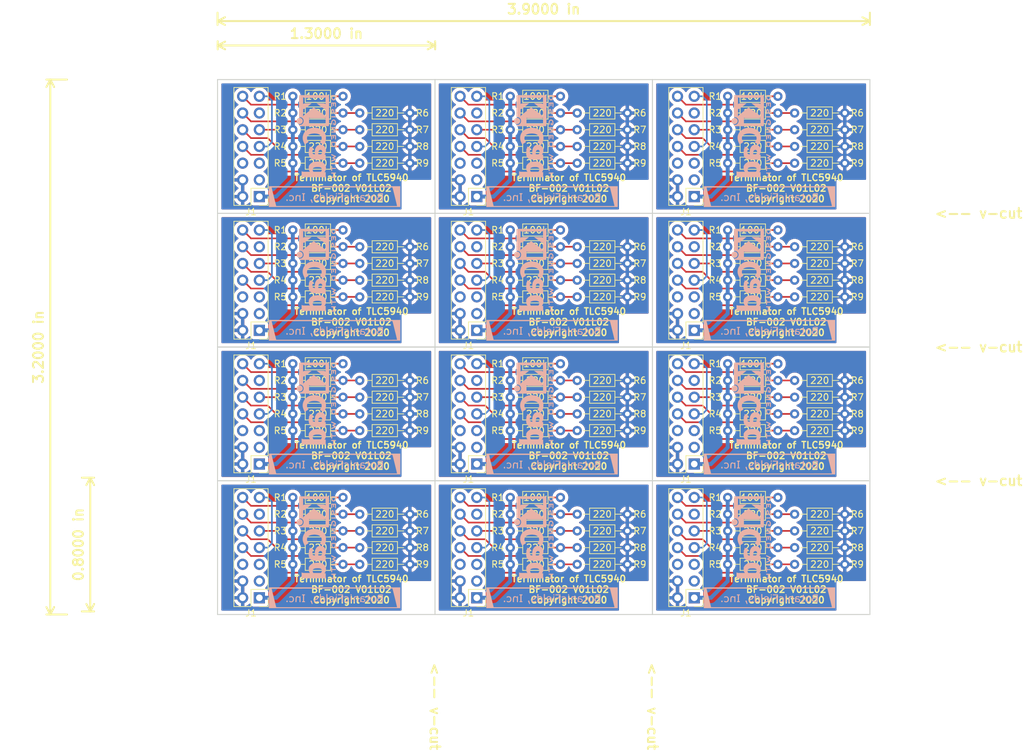
<source format=kicad_pcb>
(kicad_pcb (version 20171130) (host pcbnew "(5.1.5)-3")
  (title_block (title BF-002B) (date 2018-09-22) (rev V01L01) (company "Copyright BotanicFields, Inc.") (comment 1 pwm5940term))
  (layers (0 F.Cu signal) (31 B.Cu signal) (34 B.Paste user) (35 F.Paste user) (36 B.SilkS user) (37 F.SilkS user) (38 B.Mask user) (39 F.Mask user) (44 Edge.Cuts user))
  (net 0 "")
  (net 1 VCC)
  (net 2 GND)
  (net 3 "Net-(J1-Pad3)")
  (net 4 "Net-(J1-Pad5)")
  (net 5 /VPRG)
  (net 6 /SIN)
  (net 7 /SCLK)
  (net 8 /XLAT)
  (net 9 /BLANK)
  (net 10 /DCPRG)
  (net 11 /GSCLK)
  (net 12 /XERR)
  (module Connector_PinHeader_2.54mm:PinHeader_2x07_P2.54mm_Vertical (layer F.Cu) (at 182.88 114.3 180)
    (fp_text reference J1 (at 1.27 -2.33) (layer F.SilkS))
    (fp_text value Conn_02x07_Odd_Even)
    (pad 1 thru_hole rect (at 0 0 180) (size 1.7 1.7) (drill 1) (layers *.Cu *.Mask) (net 1 VCC))
    (pad 2 thru_hole oval (at 2.54 0 180) (size 1.7 1.7) (drill 1) (layers *.Cu *.Mask) (net 2 GND))
    (pad 3 thru_hole oval (at 0 2.54 180) (size 1.7 1.7) (drill 1) (layers *.Cu *.Mask) (net 3 "Net-(J1-Pad3)"))
    (pad 4 thru_hole oval (at 2.54 2.54 180) (size 1.7 1.7) (drill 1) (layers *.Cu *.Mask) (net 2 GND))
    (pad 5 thru_hole oval (at 0 5.08 180) (size 1.7 1.7) (drill 1) (layers *.Cu *.Mask) (net 4 "Net-(J1-Pad5)"))
    (pad 6 thru_hole oval (at 2.54 5.08 180) (size 1.7 1.7) (drill 1) (layers *.Cu *.Mask) (net 5 /VPRG))
    (pad 7 thru_hole oval (at 0 7.62 180) (size 1.7 1.7) (drill 1) (layers *.Cu *.Mask) (net 6 /SIN))
    (pad 8 thru_hole oval (at 2.54 7.62 180) (size 1.7 1.7) (drill 1) (layers *.Cu *.Mask) (net 7 /SCLK))
    (pad 9 thru_hole oval (at 0 10.16 180) (size 1.7 1.7) (drill 1) (layers *.Cu *.Mask) (net 8 /XLAT))
    (pad 10 thru_hole oval (at 2.54 10.16 180) (size 1.7 1.7) (drill 1) (layers *.Cu *.Mask) (net 9 /BLANK))
    (pad 11 thru_hole oval (at 0 12.7 180) (size 1.7 1.7) (drill 1) (layers *.Cu *.Mask) (net 10 /DCPRG))
    (pad 12 thru_hole oval (at 2.54 12.7 180) (size 1.7 1.7) (drill 1) (layers *.Cu *.Mask) (net 11 /GSCLK))
    (pad 13 thru_hole oval (at 0 15.24 180) (size 1.7 1.7) (drill 1) (layers *.Cu *.Mask) (net 6 /SIN))
    (pad 14 thru_hole oval (at 2.54 15.24 180) (size 1.7 1.7) (drill 1) (layers *.Cu *.Mask) (net 12 /XERR))
  )
  (module Connector_PinHeader_2.54mm:PinHeader_2x07_P2.54mm_Vertical (layer F.Cu) (at 149.86 114.3 180)
    (fp_text reference J1 (at 1.27 -2.33) (layer F.SilkS))
    (fp_text value Conn_02x07_Odd_Even)
    (pad 14 thru_hole oval (at 2.54 15.24 180) (size 1.7 1.7) (drill 1) (layers *.Cu *.Mask) (net 12 /XERR))
    (pad 13 thru_hole oval (at 0 15.24 180) (size 1.7 1.7) (drill 1) (layers *.Cu *.Mask) (net 6 /SIN))
    (pad 12 thru_hole oval (at 2.54 12.7 180) (size 1.7 1.7) (drill 1) (layers *.Cu *.Mask) (net 11 /GSCLK))
    (pad 11 thru_hole oval (at 0 12.7 180) (size 1.7 1.7) (drill 1) (layers *.Cu *.Mask) (net 10 /DCPRG))
    (pad 10 thru_hole oval (at 2.54 10.16 180) (size 1.7 1.7) (drill 1) (layers *.Cu *.Mask) (net 9 /BLANK))
    (pad 9 thru_hole oval (at 0 10.16 180) (size 1.7 1.7) (drill 1) (layers *.Cu *.Mask) (net 8 /XLAT))
    (pad 8 thru_hole oval (at 2.54 7.62 180) (size 1.7 1.7) (drill 1) (layers *.Cu *.Mask) (net 7 /SCLK))
    (pad 7 thru_hole oval (at 0 7.62 180) (size 1.7 1.7) (drill 1) (layers *.Cu *.Mask) (net 6 /SIN))
    (pad 6 thru_hole oval (at 2.54 5.08 180) (size 1.7 1.7) (drill 1) (layers *.Cu *.Mask) (net 5 /VPRG))
    (pad 5 thru_hole oval (at 0 5.08 180) (size 1.7 1.7) (drill 1) (layers *.Cu *.Mask) (net 4 "Net-(J1-Pad5)"))
    (pad 4 thru_hole oval (at 2.54 2.54 180) (size 1.7 1.7) (drill 1) (layers *.Cu *.Mask) (net 2 GND))
    (pad 3 thru_hole oval (at 0 2.54 180) (size 1.7 1.7) (drill 1) (layers *.Cu *.Mask) (net 3 "Net-(J1-Pad3)"))
    (pad 2 thru_hole oval (at 2.54 0 180) (size 1.7 1.7) (drill 1) (layers *.Cu *.Mask) (net 2 GND))
    (pad 1 thru_hole rect (at 0 0 180) (size 1.7 1.7) (drill 1) (layers *.Cu *.Mask) (net 1 VCC))
  )
  (module Connector_PinHeader_2.54mm:PinHeader_2x07_P2.54mm_Vertical (layer F.Cu) (at 116.84 114.3 180)
    (fp_text reference J1 (at 1.27 -2.33) (layer F.SilkS))
    (fp_text value Conn_02x07_Odd_Even)
    (pad 1 thru_hole rect (at 0 0 180) (size 1.7 1.7) (drill 1) (layers *.Cu *.Mask) (net 1 VCC))
    (pad 2 thru_hole oval (at 2.54 0 180) (size 1.7 1.7) (drill 1) (layers *.Cu *.Mask) (net 2 GND))
    (pad 3 thru_hole oval (at 0 2.54 180) (size 1.7 1.7) (drill 1) (layers *.Cu *.Mask) (net 3 "Net-(J1-Pad3)"))
    (pad 4 thru_hole oval (at 2.54 2.54 180) (size 1.7 1.7) (drill 1) (layers *.Cu *.Mask) (net 2 GND))
    (pad 5 thru_hole oval (at 0 5.08 180) (size 1.7 1.7) (drill 1) (layers *.Cu *.Mask) (net 4 "Net-(J1-Pad5)"))
    (pad 6 thru_hole oval (at 2.54 5.08 180) (size 1.7 1.7) (drill 1) (layers *.Cu *.Mask) (net 5 /VPRG))
    (pad 7 thru_hole oval (at 0 7.62 180) (size 1.7 1.7) (drill 1) (layers *.Cu *.Mask) (net 6 /SIN))
    (pad 8 thru_hole oval (at 2.54 7.62 180) (size 1.7 1.7) (drill 1) (layers *.Cu *.Mask) (net 7 /SCLK))
    (pad 9 thru_hole oval (at 0 10.16 180) (size 1.7 1.7) (drill 1) (layers *.Cu *.Mask) (net 8 /XLAT))
    (pad 10 thru_hole oval (at 2.54 10.16 180) (size 1.7 1.7) (drill 1) (layers *.Cu *.Mask) (net 9 /BLANK))
    (pad 11 thru_hole oval (at 0 12.7 180) (size 1.7 1.7) (drill 1) (layers *.Cu *.Mask) (net 10 /DCPRG))
    (pad 12 thru_hole oval (at 2.54 12.7 180) (size 1.7 1.7) (drill 1) (layers *.Cu *.Mask) (net 11 /GSCLK))
    (pad 13 thru_hole oval (at 0 15.24 180) (size 1.7 1.7) (drill 1) (layers *.Cu *.Mask) (net 6 /SIN))
    (pad 14 thru_hole oval (at 2.54 15.24 180) (size 1.7 1.7) (drill 1) (layers *.Cu *.Mask) (net 12 /XERR))
  )
  (module Connector_PinHeader_2.54mm:PinHeader_2x07_P2.54mm_Vertical (layer F.Cu) (at 182.88 93.98 180)
    (fp_text reference J1 (at 1.27 -2.33) (layer F.SilkS))
    (fp_text value Conn_02x07_Odd_Even)
    (pad 14 thru_hole oval (at 2.54 15.24 180) (size 1.7 1.7) (drill 1) (layers *.Cu *.Mask) (net 12 /XERR))
    (pad 13 thru_hole oval (at 0 15.24 180) (size 1.7 1.7) (drill 1) (layers *.Cu *.Mask) (net 6 /SIN))
    (pad 12 thru_hole oval (at 2.54 12.7 180) (size 1.7 1.7) (drill 1) (layers *.Cu *.Mask) (net 11 /GSCLK))
    (pad 11 thru_hole oval (at 0 12.7 180) (size 1.7 1.7) (drill 1) (layers *.Cu *.Mask) (net 10 /DCPRG))
    (pad 10 thru_hole oval (at 2.54 10.16 180) (size 1.7 1.7) (drill 1) (layers *.Cu *.Mask) (net 9 /BLANK))
    (pad 9 thru_hole oval (at 0 10.16 180) (size 1.7 1.7) (drill 1) (layers *.Cu *.Mask) (net 8 /XLAT))
    (pad 8 thru_hole oval (at 2.54 7.62 180) (size 1.7 1.7) (drill 1) (layers *.Cu *.Mask) (net 7 /SCLK))
    (pad 7 thru_hole oval (at 0 7.62 180) (size 1.7 1.7) (drill 1) (layers *.Cu *.Mask) (net 6 /SIN))
    (pad 6 thru_hole oval (at 2.54 5.08 180) (size 1.7 1.7) (drill 1) (layers *.Cu *.Mask) (net 5 /VPRG))
    (pad 5 thru_hole oval (at 0 5.08 180) (size 1.7 1.7) (drill 1) (layers *.Cu *.Mask) (net 4 "Net-(J1-Pad5)"))
    (pad 4 thru_hole oval (at 2.54 2.54 180) (size 1.7 1.7) (drill 1) (layers *.Cu *.Mask) (net 2 GND))
    (pad 3 thru_hole oval (at 0 2.54 180) (size 1.7 1.7) (drill 1) (layers *.Cu *.Mask) (net 3 "Net-(J1-Pad3)"))
    (pad 2 thru_hole oval (at 2.54 0 180) (size 1.7 1.7) (drill 1) (layers *.Cu *.Mask) (net 2 GND))
    (pad 1 thru_hole rect (at 0 0 180) (size 1.7 1.7) (drill 1) (layers *.Cu *.Mask) (net 1 VCC))
  )
  (module Connector_PinHeader_2.54mm:PinHeader_2x07_P2.54mm_Vertical (layer F.Cu) (at 149.86 93.98 180)
    (fp_text reference J1 (at 1.27 -2.33) (layer F.SilkS))
    (fp_text value Conn_02x07_Odd_Even)
    (pad 1 thru_hole rect (at 0 0 180) (size 1.7 1.7) (drill 1) (layers *.Cu *.Mask) (net 1 VCC))
    (pad 2 thru_hole oval (at 2.54 0 180) (size 1.7 1.7) (drill 1) (layers *.Cu *.Mask) (net 2 GND))
    (pad 3 thru_hole oval (at 0 2.54 180) (size 1.7 1.7) (drill 1) (layers *.Cu *.Mask) (net 3 "Net-(J1-Pad3)"))
    (pad 4 thru_hole oval (at 2.54 2.54 180) (size 1.7 1.7) (drill 1) (layers *.Cu *.Mask) (net 2 GND))
    (pad 5 thru_hole oval (at 0 5.08 180) (size 1.7 1.7) (drill 1) (layers *.Cu *.Mask) (net 4 "Net-(J1-Pad5)"))
    (pad 6 thru_hole oval (at 2.54 5.08 180) (size 1.7 1.7) (drill 1) (layers *.Cu *.Mask) (net 5 /VPRG))
    (pad 7 thru_hole oval (at 0 7.62 180) (size 1.7 1.7) (drill 1) (layers *.Cu *.Mask) (net 6 /SIN))
    (pad 8 thru_hole oval (at 2.54 7.62 180) (size 1.7 1.7) (drill 1) (layers *.Cu *.Mask) (net 7 /SCLK))
    (pad 9 thru_hole oval (at 0 10.16 180) (size 1.7 1.7) (drill 1) (layers *.Cu *.Mask) (net 8 /XLAT))
    (pad 10 thru_hole oval (at 2.54 10.16 180) (size 1.7 1.7) (drill 1) (layers *.Cu *.Mask) (net 9 /BLANK))
    (pad 11 thru_hole oval (at 0 12.7 180) (size 1.7 1.7) (drill 1) (layers *.Cu *.Mask) (net 10 /DCPRG))
    (pad 12 thru_hole oval (at 2.54 12.7 180) (size 1.7 1.7) (drill 1) (layers *.Cu *.Mask) (net 11 /GSCLK))
    (pad 13 thru_hole oval (at 0 15.24 180) (size 1.7 1.7) (drill 1) (layers *.Cu *.Mask) (net 6 /SIN))
    (pad 14 thru_hole oval (at 2.54 15.24 180) (size 1.7 1.7) (drill 1) (layers *.Cu *.Mask) (net 12 /XERR))
  )
  (module Connector_PinHeader_2.54mm:PinHeader_2x07_P2.54mm_Vertical (layer F.Cu) (at 116.84 93.98 180)
    (fp_text reference J1 (at 1.27 -2.33) (layer F.SilkS))
    (fp_text value Conn_02x07_Odd_Even)
    (pad 14 thru_hole oval (at 2.54 15.24 180) (size 1.7 1.7) (drill 1) (layers *.Cu *.Mask) (net 12 /XERR))
    (pad 13 thru_hole oval (at 0 15.24 180) (size 1.7 1.7) (drill 1) (layers *.Cu *.Mask) (net 6 /SIN))
    (pad 12 thru_hole oval (at 2.54 12.7 180) (size 1.7 1.7) (drill 1) (layers *.Cu *.Mask) (net 11 /GSCLK))
    (pad 11 thru_hole oval (at 0 12.7 180) (size 1.7 1.7) (drill 1) (layers *.Cu *.Mask) (net 10 /DCPRG))
    (pad 10 thru_hole oval (at 2.54 10.16 180) (size 1.7 1.7) (drill 1) (layers *.Cu *.Mask) (net 9 /BLANK))
    (pad 9 thru_hole oval (at 0 10.16 180) (size 1.7 1.7) (drill 1) (layers *.Cu *.Mask) (net 8 /XLAT))
    (pad 8 thru_hole oval (at 2.54 7.62 180) (size 1.7 1.7) (drill 1) (layers *.Cu *.Mask) (net 7 /SCLK))
    (pad 7 thru_hole oval (at 0 7.62 180) (size 1.7 1.7) (drill 1) (layers *.Cu *.Mask) (net 6 /SIN))
    (pad 6 thru_hole oval (at 2.54 5.08 180) (size 1.7 1.7) (drill 1) (layers *.Cu *.Mask) (net 5 /VPRG))
    (pad 5 thru_hole oval (at 0 5.08 180) (size 1.7 1.7) (drill 1) (layers *.Cu *.Mask) (net 4 "Net-(J1-Pad5)"))
    (pad 4 thru_hole oval (at 2.54 2.54 180) (size 1.7 1.7) (drill 1) (layers *.Cu *.Mask) (net 2 GND))
    (pad 3 thru_hole oval (at 0 2.54 180) (size 1.7 1.7) (drill 1) (layers *.Cu *.Mask) (net 3 "Net-(J1-Pad3)"))
    (pad 2 thru_hole oval (at 2.54 0 180) (size 1.7 1.7) (drill 1) (layers *.Cu *.Mask) (net 2 GND))
    (pad 1 thru_hole rect (at 0 0 180) (size 1.7 1.7) (drill 1) (layers *.Cu *.Mask) (net 1 VCC))
  )
  (module Connector_PinHeader_2.54mm:PinHeader_2x07_P2.54mm_Vertical (layer F.Cu) (at 182.88 73.66 180)
    (fp_text reference J1 (at 1.27 -2.33) (layer F.SilkS))
    (fp_text value Conn_02x07_Odd_Even)
    (pad 1 thru_hole rect (at 0 0 180) (size 1.7 1.7) (drill 1) (layers *.Cu *.Mask) (net 1 VCC))
    (pad 2 thru_hole oval (at 2.54 0 180) (size 1.7 1.7) (drill 1) (layers *.Cu *.Mask) (net 2 GND))
    (pad 3 thru_hole oval (at 0 2.54 180) (size 1.7 1.7) (drill 1) (layers *.Cu *.Mask) (net 3 "Net-(J1-Pad3)"))
    (pad 4 thru_hole oval (at 2.54 2.54 180) (size 1.7 1.7) (drill 1) (layers *.Cu *.Mask) (net 2 GND))
    (pad 5 thru_hole oval (at 0 5.08 180) (size 1.7 1.7) (drill 1) (layers *.Cu *.Mask) (net 4 "Net-(J1-Pad5)"))
    (pad 6 thru_hole oval (at 2.54 5.08 180) (size 1.7 1.7) (drill 1) (layers *.Cu *.Mask) (net 5 /VPRG))
    (pad 7 thru_hole oval (at 0 7.62 180) (size 1.7 1.7) (drill 1) (layers *.Cu *.Mask) (net 6 /SIN))
    (pad 8 thru_hole oval (at 2.54 7.62 180) (size 1.7 1.7) (drill 1) (layers *.Cu *.Mask) (net 7 /SCLK))
    (pad 9 thru_hole oval (at 0 10.16 180) (size 1.7 1.7) (drill 1) (layers *.Cu *.Mask) (net 8 /XLAT))
    (pad 10 thru_hole oval (at 2.54 10.16 180) (size 1.7 1.7) (drill 1) (layers *.Cu *.Mask) (net 9 /BLANK))
    (pad 11 thru_hole oval (at 0 12.7 180) (size 1.7 1.7) (drill 1) (layers *.Cu *.Mask) (net 10 /DCPRG))
    (pad 12 thru_hole oval (at 2.54 12.7 180) (size 1.7 1.7) (drill 1) (layers *.Cu *.Mask) (net 11 /GSCLK))
    (pad 13 thru_hole oval (at 0 15.24 180) (size 1.7 1.7) (drill 1) (layers *.Cu *.Mask) (net 6 /SIN))
    (pad 14 thru_hole oval (at 2.54 15.24 180) (size 1.7 1.7) (drill 1) (layers *.Cu *.Mask) (net 12 /XERR))
  )
  (module Connector_PinHeader_2.54mm:PinHeader_2x07_P2.54mm_Vertical (layer F.Cu) (at 149.86 73.66 180)
    (fp_text reference J1 (at 1.27 -2.33) (layer F.SilkS))
    (fp_text value Conn_02x07_Odd_Even)
    (pad 14 thru_hole oval (at 2.54 15.24 180) (size 1.7 1.7) (drill 1) (layers *.Cu *.Mask) (net 12 /XERR))
    (pad 13 thru_hole oval (at 0 15.24 180) (size 1.7 1.7) (drill 1) (layers *.Cu *.Mask) (net 6 /SIN))
    (pad 12 thru_hole oval (at 2.54 12.7 180) (size 1.7 1.7) (drill 1) (layers *.Cu *.Mask) (net 11 /GSCLK))
    (pad 11 thru_hole oval (at 0 12.7 180) (size 1.7 1.7) (drill 1) (layers *.Cu *.Mask) (net 10 /DCPRG))
    (pad 10 thru_hole oval (at 2.54 10.16 180) (size 1.7 1.7) (drill 1) (layers *.Cu *.Mask) (net 9 /BLANK))
    (pad 9 thru_hole oval (at 0 10.16 180) (size 1.7 1.7) (drill 1) (layers *.Cu *.Mask) (net 8 /XLAT))
    (pad 8 thru_hole oval (at 2.54 7.62 180) (size 1.7 1.7) (drill 1) (layers *.Cu *.Mask) (net 7 /SCLK))
    (pad 7 thru_hole oval (at 0 7.62 180) (size 1.7 1.7) (drill 1) (layers *.Cu *.Mask) (net 6 /SIN))
    (pad 6 thru_hole oval (at 2.54 5.08 180) (size 1.7 1.7) (drill 1) (layers *.Cu *.Mask) (net 5 /VPRG))
    (pad 5 thru_hole oval (at 0 5.08 180) (size 1.7 1.7) (drill 1) (layers *.Cu *.Mask) (net 4 "Net-(J1-Pad5)"))
    (pad 4 thru_hole oval (at 2.54 2.54 180) (size 1.7 1.7) (drill 1) (layers *.Cu *.Mask) (net 2 GND))
    (pad 3 thru_hole oval (at 0 2.54 180) (size 1.7 1.7) (drill 1) (layers *.Cu *.Mask) (net 3 "Net-(J1-Pad3)"))
    (pad 2 thru_hole oval (at 2.54 0 180) (size 1.7 1.7) (drill 1) (layers *.Cu *.Mask) (net 2 GND))
    (pad 1 thru_hole rect (at 0 0 180) (size 1.7 1.7) (drill 1) (layers *.Cu *.Mask) (net 1 VCC))
  )
  (module Connector_PinHeader_2.54mm:PinHeader_2x07_P2.54mm_Vertical (layer F.Cu) (at 116.84 73.66 180)
    (fp_text reference J1 (at 1.27 -2.33) (layer F.SilkS))
    (fp_text value Conn_02x07_Odd_Even)
    (pad 1 thru_hole rect (at 0 0 180) (size 1.7 1.7) (drill 1) (layers *.Cu *.Mask) (net 1 VCC))
    (pad 2 thru_hole oval (at 2.54 0 180) (size 1.7 1.7) (drill 1) (layers *.Cu *.Mask) (net 2 GND))
    (pad 3 thru_hole oval (at 0 2.54 180) (size 1.7 1.7) (drill 1) (layers *.Cu *.Mask) (net 3 "Net-(J1-Pad3)"))
    (pad 4 thru_hole oval (at 2.54 2.54 180) (size 1.7 1.7) (drill 1) (layers *.Cu *.Mask) (net 2 GND))
    (pad 5 thru_hole oval (at 0 5.08 180) (size 1.7 1.7) (drill 1) (layers *.Cu *.Mask) (net 4 "Net-(J1-Pad5)"))
    (pad 6 thru_hole oval (at 2.54 5.08 180) (size 1.7 1.7) (drill 1) (layers *.Cu *.Mask) (net 5 /VPRG))
    (pad 7 thru_hole oval (at 0 7.62 180) (size 1.7 1.7) (drill 1) (layers *.Cu *.Mask) (net 6 /SIN))
    (pad 8 thru_hole oval (at 2.54 7.62 180) (size 1.7 1.7) (drill 1) (layers *.Cu *.Mask) (net 7 /SCLK))
    (pad 9 thru_hole oval (at 0 10.16 180) (size 1.7 1.7) (drill 1) (layers *.Cu *.Mask) (net 8 /XLAT))
    (pad 10 thru_hole oval (at 2.54 10.16 180) (size 1.7 1.7) (drill 1) (layers *.Cu *.Mask) (net 9 /BLANK))
    (pad 11 thru_hole oval (at 0 12.7 180) (size 1.7 1.7) (drill 1) (layers *.Cu *.Mask) (net 10 /DCPRG))
    (pad 12 thru_hole oval (at 2.54 12.7 180) (size 1.7 1.7) (drill 1) (layers *.Cu *.Mask) (net 11 /GSCLK))
    (pad 13 thru_hole oval (at 0 15.24 180) (size 1.7 1.7) (drill 1) (layers *.Cu *.Mask) (net 6 /SIN))
    (pad 14 thru_hole oval (at 2.54 15.24 180) (size 1.7 1.7) (drill 1) (layers *.Cu *.Mask) (net 12 /XERR))
  )
  (module Connector_PinHeader_2.54mm:PinHeader_2x07_P2.54mm_Vertical (layer F.Cu) (at 182.88 53.34 180)
    (fp_text reference J1 (at 1.27 -2.33) (layer F.SilkS))
    (fp_text value Conn_02x07_Odd_Even)
    (pad 1 thru_hole rect (at 0 0 180) (size 1.7 1.7) (drill 1) (layers *.Cu *.Mask) (net 1 VCC))
    (pad 2 thru_hole oval (at 2.54 0 180) (size 1.7 1.7) (drill 1) (layers *.Cu *.Mask) (net 2 GND))
    (pad 3 thru_hole oval (at 0 2.54 180) (size 1.7 1.7) (drill 1) (layers *.Cu *.Mask) (net 3 "Net-(J1-Pad3)"))
    (pad 4 thru_hole oval (at 2.54 2.54 180) (size 1.7 1.7) (drill 1) (layers *.Cu *.Mask) (net 2 GND))
    (pad 5 thru_hole oval (at 0 5.08 180) (size 1.7 1.7) (drill 1) (layers *.Cu *.Mask) (net 4 "Net-(J1-Pad5)"))
    (pad 6 thru_hole oval (at 2.54 5.08 180) (size 1.7 1.7) (drill 1) (layers *.Cu *.Mask) (net 5 /VPRG))
    (pad 7 thru_hole oval (at 0 7.62 180) (size 1.7 1.7) (drill 1) (layers *.Cu *.Mask) (net 6 /SIN))
    (pad 8 thru_hole oval (at 2.54 7.62 180) (size 1.7 1.7) (drill 1) (layers *.Cu *.Mask) (net 7 /SCLK))
    (pad 9 thru_hole oval (at 0 10.16 180) (size 1.7 1.7) (drill 1) (layers *.Cu *.Mask) (net 8 /XLAT))
    (pad 10 thru_hole oval (at 2.54 10.16 180) (size 1.7 1.7) (drill 1) (layers *.Cu *.Mask) (net 9 /BLANK))
    (pad 11 thru_hole oval (at 0 12.7 180) (size 1.7 1.7) (drill 1) (layers *.Cu *.Mask) (net 10 /DCPRG))
    (pad 12 thru_hole oval (at 2.54 12.7 180) (size 1.7 1.7) (drill 1) (layers *.Cu *.Mask) (net 11 /GSCLK))
    (pad 13 thru_hole oval (at 0 15.24 180) (size 1.7 1.7) (drill 1) (layers *.Cu *.Mask) (net 6 /SIN))
    (pad 14 thru_hole oval (at 2.54 15.24 180) (size 1.7 1.7) (drill 1) (layers *.Cu *.Mask) (net 12 /XERR))
  )
  (module Connector_PinHeader_2.54mm:PinHeader_2x07_P2.54mm_Vertical (layer F.Cu) (at 116.84 53.34 180)
    (fp_text reference J1 (at 1.27 -2.33) (layer F.SilkS))
    (fp_text value Conn_02x07_Odd_Even)
    (pad 14 thru_hole oval (at 2.54 15.24 180) (size 1.7 1.7) (drill 1) (layers *.Cu *.Mask) (net 12 /XERR))
    (pad 13 thru_hole oval (at 0 15.24 180) (size 1.7 1.7) (drill 1) (layers *.Cu *.Mask) (net 6 /SIN))
    (pad 12 thru_hole oval (at 2.54 12.7 180) (size 1.7 1.7) (drill 1) (layers *.Cu *.Mask) (net 11 /GSCLK))
    (pad 11 thru_hole oval (at 0 12.7 180) (size 1.7 1.7) (drill 1) (layers *.Cu *.Mask) (net 10 /DCPRG))
    (pad 10 thru_hole oval (at 2.54 10.16 180) (size 1.7 1.7) (drill 1) (layers *.Cu *.Mask) (net 9 /BLANK))
    (pad 9 thru_hole oval (at 0 10.16 180) (size 1.7 1.7) (drill 1) (layers *.Cu *.Mask) (net 8 /XLAT))
    (pad 8 thru_hole oval (at 2.54 7.62 180) (size 1.7 1.7) (drill 1) (layers *.Cu *.Mask) (net 7 /SCLK))
    (pad 7 thru_hole oval (at 0 7.62 180) (size 1.7 1.7) (drill 1) (layers *.Cu *.Mask) (net 6 /SIN))
    (pad 6 thru_hole oval (at 2.54 5.08 180) (size 1.7 1.7) (drill 1) (layers *.Cu *.Mask) (net 5 /VPRG))
    (pad 5 thru_hole oval (at 0 5.08 180) (size 1.7 1.7) (drill 1) (layers *.Cu *.Mask) (net 4 "Net-(J1-Pad5)"))
    (pad 4 thru_hole oval (at 2.54 2.54 180) (size 1.7 1.7) (drill 1) (layers *.Cu *.Mask) (net 2 GND))
    (pad 3 thru_hole oval (at 0 2.54 180) (size 1.7 1.7) (drill 1) (layers *.Cu *.Mask) (net 3 "Net-(J1-Pad3)"))
    (pad 2 thru_hole oval (at 2.54 0 180) (size 1.7 1.7) (drill 1) (layers *.Cu *.Mask) (net 2 GND))
    (pad 1 thru_hole rect (at 0 0 180) (size 1.7 1.7) (drill 1) (layers *.Cu *.Mask) (net 1 VCC))
  )
  (module Resistor_THT:R_Axial_DIN0204_L3.6mm_D1.6mm_P7.62mm_Horizontal (layer F.Cu) (at 198.12 45.72)
    (fp_text reference R8 (at 9.525 0) (layer F.SilkS))
    (fp_text value 220 (at 3.81 0) (layer F.SilkS))
    (pad 1 thru_hole circle (at 0 0) (size 1.4 1.4) (drill 0.7) (layers *.Cu *.Mask) (net 9 /BLANK))
    (pad 2 thru_hole oval (at 7.62 0) (size 1.4 1.4) (drill 0.7) (layers *.Cu *.Mask) (net 2 GND))
  )
  (module Resistor_THT:R_Axial_DIN0204_L3.6mm_D1.6mm_P7.62mm_Horizontal (layer F.Cu) (at 154.94 40.64)
    (fp_text reference R2 (at -1.905 0) (layer F.SilkS))
    (fp_text value 220 (at 3.81 0) (layer F.SilkS))
    (pad 1 thru_hole circle (at 0 0) (size 1.4 1.4) (drill 0.7) (layers *.Cu *.Mask) (net 1 VCC))
    (pad 2 thru_hole oval (at 7.62 0) (size 1.4 1.4) (drill 0.7) (layers *.Cu *.Mask) (net 11 /GSCLK))
  )
  (module Resistor_THT:R_Axial_DIN0204_L3.6mm_D1.6mm_P7.62mm_Horizontal (layer F.Cu) (at 165.1 43.18)
    (fp_text reference R7 (at 9.525 0) (layer F.SilkS))
    (fp_text value 220 (at 3.81 0) (layer F.SilkS))
    (pad 2 thru_hole oval (at 7.62 0) (size 1.4 1.4) (drill 0.7) (layers *.Cu *.Mask) (net 2 GND))
    (pad 1 thru_hole circle (at 0 0) (size 1.4 1.4) (drill 0.7) (layers *.Cu *.Mask) (net 8 /XLAT))
  )
  (module Resistor_THT:R_Axial_DIN0204_L3.6mm_D1.6mm_P7.62mm_Horizontal (layer F.Cu) (at 165.1 48.26)
    (fp_text reference R9 (at 9.525 0) (layer F.SilkS))
    (fp_text value 220 (at 3.81 0) (layer F.SilkS))
    (pad 2 thru_hole oval (at 7.62 0) (size 1.4 1.4) (drill 0.7) (layers *.Cu *.Mask) (net 2 GND))
    (pad 1 thru_hole circle (at 0 0) (size 1.4 1.4) (drill 0.7) (layers *.Cu *.Mask) (net 7 /SCLK))
  )
  (module Symbol:KiCad-Logo2_6mm_SilkScreen (layer B.Cu) (at 158.496 44.196 270)
    (fp_text reference REF** hide)
    (fp_text value KiCad-Logo2_6mm_SilkScreen hide)
  )
  (module Resistor_THT:R_Axial_DIN0204_L3.6mm_D1.6mm_P7.62mm_Horizontal (layer F.Cu) (at 187.96 38.1)
    (fp_text reference R1 (at -1.905 0) (layer F.SilkS))
    (fp_text value 100k (at 3.81 0) (layer F.SilkS))
    (pad 2 thru_hole oval (at 7.62 0) (size 1.4 1.4) (drill 0.7) (layers *.Cu *.Mask) (net 12 /XERR))
    (pad 1 thru_hole circle (at 0 0) (size 1.4 1.4) (drill 0.7) (layers *.Cu *.Mask) (net 1 VCC))
  )
  (module Resistor_THT:R_Axial_DIN0204_L3.6mm_D1.6mm_P7.62mm_Horizontal (layer F.Cu) (at 154.94 45.72)
    (fp_text reference R4 (at -1.905 0) (layer F.SilkS))
    (fp_text value 220 (at 3.81 0) (layer F.SilkS))
    (pad 1 thru_hole circle (at 0 0) (size 1.4 1.4) (drill 0.7) (layers *.Cu *.Mask) (net 1 VCC))
    (pad 2 thru_hole oval (at 7.62 0) (size 1.4 1.4) (drill 0.7) (layers *.Cu *.Mask) (net 9 /BLANK))
  )
  (module Symbol:KiCad-Logo2_6mm_SilkScreen (layer B.Cu) (at 191.516 44.196 270)
    (fp_text reference REF** hide)
    (fp_text value KiCad-Logo2_6mm_SilkScreen hide)
  )
  (module Resistor_THT:R_Axial_DIN0204_L3.6mm_D1.6mm_P7.62mm_Horizontal (layer F.Cu) (at 187.96 40.64)
    (fp_text reference R2 (at -1.905 0) (layer F.SilkS))
    (fp_text value 220 (at 3.81 0) (layer F.SilkS))
    (pad 2 thru_hole oval (at 7.62 0) (size 1.4 1.4) (drill 0.7) (layers *.Cu *.Mask) (net 11 /GSCLK))
    (pad 1 thru_hole circle (at 0 0) (size 1.4 1.4) (drill 0.7) (layers *.Cu *.Mask) (net 1 VCC))
  )
  (module Resistor_THT:R_Axial_DIN0204_L3.6mm_D1.6mm_P7.62mm_Horizontal (layer F.Cu) (at 187.96 48.26)
    (fp_text reference R5 (at -1.905 0) (layer F.SilkS))
    (fp_text value 220 (at 3.81 0) (layer F.SilkS))
    (pad 2 thru_hole oval (at 7.62 0) (size 1.4 1.4) (drill 0.7) (layers *.Cu *.Mask) (net 7 /SCLK))
    (pad 1 thru_hole circle (at 0 0) (size 1.4 1.4) (drill 0.7) (layers *.Cu *.Mask) (net 1 VCC))
  )
  (module bf:BF@logo3 (layer B.Cu) (at 194.31 53.34 180)
    (fp_text reference G*** hide)
    (fp_text value LOGO hide)
  )
  (module Resistor_THT:R_Axial_DIN0204_L3.6mm_D1.6mm_P7.62mm_Horizontal (layer F.Cu) (at 165.1 40.64)
    (fp_text reference R6 (at 9.525 0) (layer F.SilkS))
    (fp_text value 220 (at 3.81 0) (layer F.SilkS))
    (pad 2 thru_hole oval (at 7.62 0) (size 1.4 1.4) (drill 0.7) (layers *.Cu *.Mask) (net 2 GND))
    (pad 1 thru_hole circle (at 0 0) (size 1.4 1.4) (drill 0.7) (layers *.Cu *.Mask) (net 11 /GSCLK))
  )
  (module Resistor_THT:R_Axial_DIN0204_L3.6mm_D1.6mm_P7.62mm_Horizontal (layer F.Cu) (at 154.94 43.18)
    (fp_text reference R3 (at -1.905 0) (layer F.SilkS))
    (fp_text value 220 (at 3.81 0) (layer F.SilkS))
    (pad 1 thru_hole circle (at 0 0) (size 1.4 1.4) (drill 0.7) (layers *.Cu *.Mask) (net 1 VCC))
    (pad 2 thru_hole oval (at 7.62 0) (size 1.4 1.4) (drill 0.7) (layers *.Cu *.Mask) (net 8 /XLAT))
  )
  (module MountingHole:MountingHole_2.2mm_M2 (layer F.Cu) (at 173.99 53.34)
    (fp_text reference REF**)
    (fp_text value MountingHole_2.2mm_M2)
    (pad 1 np_thru_hole circle (at 0 0) (size 2.2 2.2) (drill 2.2) (layers *.Cu *.Mask))
  )
  (module Resistor_THT:R_Axial_DIN0204_L3.6mm_D1.6mm_P7.62mm_Horizontal (layer F.Cu) (at 154.94 38.1)
    (fp_text reference R1 (at -1.905 0) (layer F.SilkS))
    (fp_text value 100k (at 3.81 0) (layer F.SilkS))
    (pad 1 thru_hole circle (at 0 0) (size 1.4 1.4) (drill 0.7) (layers *.Cu *.Mask) (net 1 VCC))
    (pad 2 thru_hole oval (at 7.62 0) (size 1.4 1.4) (drill 0.7) (layers *.Cu *.Mask) (net 12 /XERR))
  )
  (module Resistor_THT:R_Axial_DIN0204_L3.6mm_D1.6mm_P7.62mm_Horizontal (layer F.Cu) (at 187.96 45.72)
    (fp_text reference R4 (at -1.905 0) (layer F.SilkS))
    (fp_text value 220 (at 3.81 0) (layer F.SilkS))
    (pad 2 thru_hole oval (at 7.62 0) (size 1.4 1.4) (drill 0.7) (layers *.Cu *.Mask) (net 9 /BLANK))
    (pad 1 thru_hole circle (at 0 0) (size 1.4 1.4) (drill 0.7) (layers *.Cu *.Mask) (net 1 VCC))
  )
  (module Resistor_THT:R_Axial_DIN0204_L3.6mm_D1.6mm_P7.62mm_Horizontal (layer F.Cu) (at 165.1 45.72)
    (fp_text reference R8 (at 9.525 0) (layer F.SilkS))
    (fp_text value 220 (at 3.81 0) (layer F.SilkS))
    (pad 2 thru_hole oval (at 7.62 0) (size 1.4 1.4) (drill 0.7) (layers *.Cu *.Mask) (net 2 GND))
    (pad 1 thru_hole circle (at 0 0) (size 1.4 1.4) (drill 0.7) (layers *.Cu *.Mask) (net 9 /BLANK))
  )
  (module Resistor_THT:R_Axial_DIN0204_L3.6mm_D1.6mm_P7.62mm_Horizontal (layer F.Cu) (at 198.12 40.64)
    (fp_text reference R6 (at 9.525 0) (layer F.SilkS))
    (fp_text value 220 (at 3.81 0) (layer F.SilkS))
    (pad 1 thru_hole circle (at 0 0) (size 1.4 1.4) (drill 0.7) (layers *.Cu *.Mask) (net 11 /GSCLK))
    (pad 2 thru_hole oval (at 7.62 0) (size 1.4 1.4) (drill 0.7) (layers *.Cu *.Mask) (net 2 GND))
  )
  (module Resistor_THT:R_Axial_DIN0204_L3.6mm_D1.6mm_P7.62mm_Horizontal (layer F.Cu) (at 198.12 48.26)
    (fp_text reference R9 (at 9.525 0) (layer F.SilkS))
    (fp_text value 220 (at 3.81 0) (layer F.SilkS))
    (pad 1 thru_hole circle (at 0 0) (size 1.4 1.4) (drill 0.7) (layers *.Cu *.Mask) (net 7 /SCLK))
    (pad 2 thru_hole oval (at 7.62 0) (size 1.4 1.4) (drill 0.7) (layers *.Cu *.Mask) (net 2 GND))
  )
  (module bf:BF@logo3 (layer B.Cu) (at 161.29 53.34 180)
    (fp_text reference G*** hide)
    (fp_text value LOGO hide)
  )
  (module MountingHole:MountingHole_2.2mm_M2 (layer F.Cu) (at 207.01 53.34)
    (fp_text reference REF**)
    (fp_text value MountingHole_2.2mm_M2)
    (pad 1 np_thru_hole circle (at 0 0) (size 2.2 2.2) (drill 2.2) (layers *.Cu *.Mask))
  )
  (module Resistor_THT:R_Axial_DIN0204_L3.6mm_D1.6mm_P7.62mm_Horizontal (layer F.Cu) (at 154.94 48.26)
    (fp_text reference R5 (at -1.905 0) (layer F.SilkS))
    (fp_text value 220 (at 3.81 0) (layer F.SilkS))
    (pad 1 thru_hole circle (at 0 0) (size 1.4 1.4) (drill 0.7) (layers *.Cu *.Mask) (net 1 VCC))
    (pad 2 thru_hole oval (at 7.62 0) (size 1.4 1.4) (drill 0.7) (layers *.Cu *.Mask) (net 7 /SCLK))
  )
  (module Resistor_THT:R_Axial_DIN0204_L3.6mm_D1.6mm_P7.62mm_Horizontal (layer F.Cu) (at 187.96 43.18)
    (fp_text reference R3 (at -1.905 0) (layer F.SilkS))
    (fp_text value 220 (at 3.81 0) (layer F.SilkS))
    (pad 2 thru_hole oval (at 7.62 0) (size 1.4 1.4) (drill 0.7) (layers *.Cu *.Mask) (net 8 /XLAT))
    (pad 1 thru_hole circle (at 0 0) (size 1.4 1.4) (drill 0.7) (layers *.Cu *.Mask) (net 1 VCC))
  )
  (module Resistor_THT:R_Axial_DIN0204_L3.6mm_D1.6mm_P7.62mm_Horizontal (layer F.Cu) (at 198.12 43.18)
    (fp_text reference R7 (at 9.525 0) (layer F.SilkS))
    (fp_text value 220 (at 3.81 0) (layer F.SilkS))
    (pad 1 thru_hole circle (at 0 0) (size 1.4 1.4) (drill 0.7) (layers *.Cu *.Mask) (net 8 /XLAT))
    (pad 2 thru_hole oval (at 7.62 0) (size 1.4 1.4) (drill 0.7) (layers *.Cu *.Mask) (net 2 GND))
  )
  (module Resistor_THT:R_Axial_DIN0204_L3.6mm_D1.6mm_P7.62mm_Horizontal (layer F.Cu) (at 121.92 43.18)
    (fp_text reference R3 (at -1.905 0) (layer F.SilkS))
    (fp_text value 220 (at 3.81 0) (layer F.SilkS))
    (pad 2 thru_hole oval (at 7.62 0) (size 1.4 1.4) (drill 0.7) (layers *.Cu *.Mask) (net 8 /XLAT))
    (pad 1 thru_hole circle (at 0 0) (size 1.4 1.4) (drill 0.7) (layers *.Cu *.Mask) (net 1 VCC))
  )
  (module Resistor_THT:R_Axial_DIN0204_L3.6mm_D1.6mm_P7.62mm_Horizontal (layer F.Cu) (at 132.08 43.18)
    (fp_text reference R7 (at 9.525 0) (layer F.SilkS))
    (fp_text value 220 (at 3.81 0) (layer F.SilkS))
    (pad 1 thru_hole circle (at 0 0) (size 1.4 1.4) (drill 0.7) (layers *.Cu *.Mask) (net 8 /XLAT))
    (pad 2 thru_hole oval (at 7.62 0) (size 1.4 1.4) (drill 0.7) (layers *.Cu *.Mask) (net 2 GND))
  )
  (module Symbol:KiCad-Logo2_6mm_SilkScreen (layer B.Cu) (at 125.476 44.196 270)
    (fp_text reference REF** hide)
    (fp_text value KiCad-Logo2_6mm_SilkScreen hide)
  )
  (module Resistor_THT:R_Axial_DIN0204_L3.6mm_D1.6mm_P7.62mm_Horizontal (layer F.Cu) (at 132.08 45.72)
    (fp_text reference R8 (at 9.525 0) (layer F.SilkS))
    (fp_text value 220 (at 3.81 0) (layer F.SilkS))
    (pad 1 thru_hole circle (at 0 0) (size 1.4 1.4) (drill 0.7) (layers *.Cu *.Mask) (net 9 /BLANK))
    (pad 2 thru_hole oval (at 7.62 0) (size 1.4 1.4) (drill 0.7) (layers *.Cu *.Mask) (net 2 GND))
  )
  (module bf:BF@logo3 (layer B.Cu) (at 128.27 53.34 180)
    (fp_text reference G*** hide)
    (fp_text value LOGO hide)
  )
  (module Resistor_THT:R_Axial_DIN0204_L3.6mm_D1.6mm_P7.62mm_Horizontal (layer F.Cu) (at 121.92 45.72)
    (fp_text reference R4 (at -1.905 0) (layer F.SilkS))
    (fp_text value 220 (at 3.81 0) (layer F.SilkS))
    (pad 2 thru_hole oval (at 7.62 0) (size 1.4 1.4) (drill 0.7) (layers *.Cu *.Mask) (net 9 /BLANK))
    (pad 1 thru_hole circle (at 0 0) (size 1.4 1.4) (drill 0.7) (layers *.Cu *.Mask) (net 1 VCC))
  )
  (module Resistor_THT:R_Axial_DIN0204_L3.6mm_D1.6mm_P7.62mm_Horizontal (layer F.Cu) (at 121.92 48.26)
    (fp_text reference R5 (at -1.905 0) (layer F.SilkS))
    (fp_text value 220 (at 3.81 0) (layer F.SilkS))
    (pad 2 thru_hole oval (at 7.62 0) (size 1.4 1.4) (drill 0.7) (layers *.Cu *.Mask) (net 7 /SCLK))
    (pad 1 thru_hole circle (at 0 0) (size 1.4 1.4) (drill 0.7) (layers *.Cu *.Mask) (net 1 VCC))
  )
  (module Resistor_THT:R_Axial_DIN0204_L3.6mm_D1.6mm_P7.62mm_Horizontal (layer F.Cu) (at 132.08 40.64)
    (fp_text reference R6 (at 9.525 0) (layer F.SilkS))
    (fp_text value 220 (at 3.81 0) (layer F.SilkS))
    (pad 1 thru_hole circle (at 0 0) (size 1.4 1.4) (drill 0.7) (layers *.Cu *.Mask) (net 11 /GSCLK))
    (pad 2 thru_hole oval (at 7.62 0) (size 1.4 1.4) (drill 0.7) (layers *.Cu *.Mask) (net 2 GND))
  )
  (module Resistor_THT:R_Axial_DIN0204_L3.6mm_D1.6mm_P7.62mm_Horizontal (layer F.Cu) (at 132.08 48.26)
    (fp_text reference R9 (at 9.525 0) (layer F.SilkS))
    (fp_text value 220 (at 3.81 0) (layer F.SilkS))
    (pad 1 thru_hole circle (at 0 0) (size 1.4 1.4) (drill 0.7) (layers *.Cu *.Mask) (net 7 /SCLK))
    (pad 2 thru_hole oval (at 7.62 0) (size 1.4 1.4) (drill 0.7) (layers *.Cu *.Mask) (net 2 GND))
  )
  (module MountingHole:MountingHole_2.2mm_M2 (layer F.Cu) (at 140.97 53.34)
    (fp_text reference REF**)
    (fp_text value MountingHole_2.2mm_M2)
    (pad 1 np_thru_hole circle (at 0 0) (size 2.2 2.2) (drill 2.2) (layers *.Cu *.Mask))
  )
  (module Resistor_THT:R_Axial_DIN0204_L3.6mm_D1.6mm_P7.62mm_Horizontal (layer F.Cu) (at 121.92 40.64)
    (fp_text reference R2 (at -1.905 0) (layer F.SilkS))
    (fp_text value 220 (at 3.81 0) (layer F.SilkS))
    (pad 2 thru_hole oval (at 7.62 0) (size 1.4 1.4) (drill 0.7) (layers *.Cu *.Mask) (net 11 /GSCLK))
    (pad 1 thru_hole circle (at 0 0) (size 1.4 1.4) (drill 0.7) (layers *.Cu *.Mask) (net 1 VCC))
  )
  (module Resistor_THT:R_Axial_DIN0204_L3.6mm_D1.6mm_P7.62mm_Horizontal (layer F.Cu) (at 121.92 38.1)
    (fp_text reference R1 (at -1.905 0) (layer F.SilkS))
    (fp_text value 100k (at 3.81 0) (layer F.SilkS))
    (pad 2 thru_hole oval (at 7.62 0) (size 1.4 1.4) (drill 0.7) (layers *.Cu *.Mask) (net 12 /XERR))
    (pad 1 thru_hole circle (at 0 0) (size 1.4 1.4) (drill 0.7) (layers *.Cu *.Mask) (net 1 VCC))
  )
  (module Resistor_THT:R_Axial_DIN0204_L3.6mm_D1.6mm_P7.62mm_Horizontal (layer F.Cu) (at 165.1 68.58)
    (fp_text reference R9 (at 9.525 0) (layer F.SilkS))
    (fp_text value 220 (at 3.81 0) (layer F.SilkS))
    (pad 1 thru_hole circle (at 0 0) (size 1.4 1.4) (drill 0.7) (layers *.Cu *.Mask) (net 7 /SCLK))
    (pad 2 thru_hole oval (at 7.62 0) (size 1.4 1.4) (drill 0.7) (layers *.Cu *.Mask) (net 2 GND))
  )
  (module Resistor_THT:R_Axial_DIN0204_L3.6mm_D1.6mm_P7.62mm_Horizontal (layer F.Cu) (at 187.96 58.42)
    (fp_text reference R1 (at -1.905 0) (layer F.SilkS))
    (fp_text value 100k (at 3.81 0) (layer F.SilkS))
    (pad 1 thru_hole circle (at 0 0) (size 1.4 1.4) (drill 0.7) (layers *.Cu *.Mask) (net 1 VCC))
    (pad 2 thru_hole oval (at 7.62 0) (size 1.4 1.4) (drill 0.7) (layers *.Cu *.Mask) (net 12 /XERR))
  )
  (module Symbol:KiCad-Logo2_6mm_SilkScreen (layer B.Cu) (at 158.496 64.516 270)
    (fp_text reference REF** hide)
    (fp_text value KiCad-Logo2_6mm_SilkScreen hide)
  )
  (module Resistor_THT:R_Axial_DIN0204_L3.6mm_D1.6mm_P7.62mm_Horizontal (layer F.Cu) (at 154.94 66.04)
    (fp_text reference R4 (at -1.905 0) (layer F.SilkS))
    (fp_text value 220 (at 3.81 0) (layer F.SilkS))
    (pad 2 thru_hole oval (at 7.62 0) (size 1.4 1.4) (drill 0.7) (layers *.Cu *.Mask) (net 9 /BLANK))
    (pad 1 thru_hole circle (at 0 0) (size 1.4 1.4) (drill 0.7) (layers *.Cu *.Mask) (net 1 VCC))
  )
  (module Resistor_THT:R_Axial_DIN0204_L3.6mm_D1.6mm_P7.62mm_Horizontal (layer F.Cu) (at 198.12 66.04)
    (fp_text reference R8 (at 9.525 0) (layer F.SilkS))
    (fp_text value 220 (at 3.81 0) (layer F.SilkS))
    (pad 2 thru_hole oval (at 7.62 0) (size 1.4 1.4) (drill 0.7) (layers *.Cu *.Mask) (net 2 GND))
    (pad 1 thru_hole circle (at 0 0) (size 1.4 1.4) (drill 0.7) (layers *.Cu *.Mask) (net 9 /BLANK))
  )
  (module Resistor_THT:R_Axial_DIN0204_L3.6mm_D1.6mm_P7.62mm_Horizontal (layer F.Cu) (at 165.1 63.5)
    (fp_text reference R7 (at 9.525 0) (layer F.SilkS))
    (fp_text value 220 (at 3.81 0) (layer F.SilkS))
    (pad 1 thru_hole circle (at 0 0) (size 1.4 1.4) (drill 0.7) (layers *.Cu *.Mask) (net 8 /XLAT))
    (pad 2 thru_hole oval (at 7.62 0) (size 1.4 1.4) (drill 0.7) (layers *.Cu *.Mask) (net 2 GND))
  )
  (module Symbol:KiCad-Logo2_6mm_SilkScreen (layer B.Cu) (at 191.516 64.516 270)
    (fp_text reference REF** hide)
    (fp_text value KiCad-Logo2_6mm_SilkScreen hide)
  )
  (module Resistor_THT:R_Axial_DIN0204_L3.6mm_D1.6mm_P7.62mm_Horizontal (layer F.Cu) (at 198.12 60.96)
    (fp_text reference R6 (at 9.525 0) (layer F.SilkS))
    (fp_text value 220 (at 3.81 0) (layer F.SilkS))
    (pad 2 thru_hole oval (at 7.62 0) (size 1.4 1.4) (drill 0.7) (layers *.Cu *.Mask) (net 2 GND))
    (pad 1 thru_hole circle (at 0 0) (size 1.4 1.4) (drill 0.7) (layers *.Cu *.Mask) (net 11 /GSCLK))
  )
  (module Resistor_THT:R_Axial_DIN0204_L3.6mm_D1.6mm_P7.62mm_Horizontal (layer F.Cu) (at 187.96 63.5)
    (fp_text reference R3 (at -1.905 0) (layer F.SilkS))
    (fp_text value 220 (at 3.81 0) (layer F.SilkS))
    (pad 1 thru_hole circle (at 0 0) (size 1.4 1.4) (drill 0.7) (layers *.Cu *.Mask) (net 1 VCC))
    (pad 2 thru_hole oval (at 7.62 0) (size 1.4 1.4) (drill 0.7) (layers *.Cu *.Mask) (net 8 /XLAT))
  )
  (module Resistor_THT:R_Axial_DIN0204_L3.6mm_D1.6mm_P7.62mm_Horizontal (layer F.Cu) (at 165.1 66.04)
    (fp_text reference R8 (at 9.525 0) (layer F.SilkS))
    (fp_text value 220 (at 3.81 0) (layer F.SilkS))
    (pad 1 thru_hole circle (at 0 0) (size 1.4 1.4) (drill 0.7) (layers *.Cu *.Mask) (net 9 /BLANK))
    (pad 2 thru_hole oval (at 7.62 0) (size 1.4 1.4) (drill 0.7) (layers *.Cu *.Mask) (net 2 GND))
  )
  (module Resistor_THT:R_Axial_DIN0204_L3.6mm_D1.6mm_P7.62mm_Horizontal (layer F.Cu) (at 154.94 68.58)
    (fp_text reference R5 (at -1.905 0) (layer F.SilkS))
    (fp_text value 220 (at 3.81 0) (layer F.SilkS))
    (pad 2 thru_hole oval (at 7.62 0) (size 1.4 1.4) (drill 0.7) (layers *.Cu *.Mask) (net 7 /SCLK))
    (pad 1 thru_hole circle (at 0 0) (size 1.4 1.4) (drill 0.7) (layers *.Cu *.Mask) (net 1 VCC))
  )
  (module MountingHole:MountingHole_2.2mm_M2 (layer F.Cu) (at 173.99 73.66)
    (fp_text reference REF**)
    (fp_text value MountingHole_2.2mm_M2)
    (pad 1 np_thru_hole circle (at 0 0) (size 2.2 2.2) (drill 2.2) (layers *.Cu *.Mask))
  )
  (module Resistor_THT:R_Axial_DIN0204_L3.6mm_D1.6mm_P7.62mm_Horizontal (layer F.Cu) (at 198.12 68.58)
    (fp_text reference R9 (at 9.525 0) (layer F.SilkS))
    (fp_text value 220 (at 3.81 0) (layer F.SilkS))
    (pad 2 thru_hole oval (at 7.62 0) (size 1.4 1.4) (drill 0.7) (layers *.Cu *.Mask) (net 2 GND))
    (pad 1 thru_hole circle (at 0 0) (size 1.4 1.4) (drill 0.7) (layers *.Cu *.Mask) (net 7 /SCLK))
  )
  (module MountingHole:MountingHole_2.2mm_M2 (layer F.Cu) (at 207.01 73.66)
    (fp_text reference REF**)
    (fp_text value MountingHole_2.2mm_M2)
    (pad 1 np_thru_hole circle (at 0 0) (size 2.2 2.2) (drill 2.2) (layers *.Cu *.Mask))
  )
  (module Resistor_THT:R_Axial_DIN0204_L3.6mm_D1.6mm_P7.62mm_Horizontal (layer F.Cu) (at 187.96 60.96)
    (fp_text reference R2 (at -1.905 0) (layer F.SilkS))
    (fp_text value 220 (at 3.81 0) (layer F.SilkS))
    (pad 1 thru_hole circle (at 0 0) (size 1.4 1.4) (drill 0.7) (layers *.Cu *.Mask) (net 1 VCC))
    (pad 2 thru_hole oval (at 7.62 0) (size 1.4 1.4) (drill 0.7) (layers *.Cu *.Mask) (net 11 /GSCLK))
  )
  (module Resistor_THT:R_Axial_DIN0204_L3.6mm_D1.6mm_P7.62mm_Horizontal (layer F.Cu) (at 187.96 68.58)
    (fp_text reference R5 (at -1.905 0) (layer F.SilkS))
    (fp_text value 220 (at 3.81 0) (layer F.SilkS))
    (pad 1 thru_hole circle (at 0 0) (size 1.4 1.4) (drill 0.7) (layers *.Cu *.Mask) (net 1 VCC))
    (pad 2 thru_hole oval (at 7.62 0) (size 1.4 1.4) (drill 0.7) (layers *.Cu *.Mask) (net 7 /SCLK))
  )
  (module bf:BF@logo3 (layer B.Cu) (at 161.29 73.66 180)
    (fp_text reference G*** hide)
    (fp_text value LOGO hide)
  )
  (module Resistor_THT:R_Axial_DIN0204_L3.6mm_D1.6mm_P7.62mm_Horizontal (layer F.Cu) (at 154.94 58.42)
    (fp_text reference R1 (at -1.905 0) (layer F.SilkS))
    (fp_text value 100k (at 3.81 0) (layer F.SilkS))
    (pad 2 thru_hole oval (at 7.62 0) (size 1.4 1.4) (drill 0.7) (layers *.Cu *.Mask) (net 12 /XERR))
    (pad 1 thru_hole circle (at 0 0) (size 1.4 1.4) (drill 0.7) (layers *.Cu *.Mask) (net 1 VCC))
  )
  (module Resistor_THT:R_Axial_DIN0204_L3.6mm_D1.6mm_P7.62mm_Horizontal (layer F.Cu) (at 154.94 63.5)
    (fp_text reference R3 (at -1.905 0) (layer F.SilkS))
    (fp_text value 220 (at 3.81 0) (layer F.SilkS))
    (pad 2 thru_hole oval (at 7.62 0) (size 1.4 1.4) (drill 0.7) (layers *.Cu *.Mask) (net 8 /XLAT))
    (pad 1 thru_hole circle (at 0 0) (size 1.4 1.4) (drill 0.7) (layers *.Cu *.Mask) (net 1 VCC))
  )
  (module Resistor_THT:R_Axial_DIN0204_L3.6mm_D1.6mm_P7.62mm_Horizontal (layer F.Cu) (at 187.96 66.04)
    (fp_text reference R4 (at -1.905 0) (layer F.SilkS))
    (fp_text value 220 (at 3.81 0) (layer F.SilkS))
    (pad 1 thru_hole circle (at 0 0) (size 1.4 1.4) (drill 0.7) (layers *.Cu *.Mask) (net 1 VCC))
    (pad 2 thru_hole oval (at 7.62 0) (size 1.4 1.4) (drill 0.7) (layers *.Cu *.Mask) (net 9 /BLANK))
  )
  (module Resistor_THT:R_Axial_DIN0204_L3.6mm_D1.6mm_P7.62mm_Horizontal (layer F.Cu) (at 154.94 60.96)
    (fp_text reference R2 (at -1.905 0) (layer F.SilkS))
    (fp_text value 220 (at 3.81 0) (layer F.SilkS))
    (pad 2 thru_hole oval (at 7.62 0) (size 1.4 1.4) (drill 0.7) (layers *.Cu *.Mask) (net 11 /GSCLK))
    (pad 1 thru_hole circle (at 0 0) (size 1.4 1.4) (drill 0.7) (layers *.Cu *.Mask) (net 1 VCC))
  )
  (module bf:BF@logo3 (layer B.Cu) (at 194.31 73.66 180)
    (fp_text reference G*** hide)
    (fp_text value LOGO hide)
  )
  (module Resistor_THT:R_Axial_DIN0204_L3.6mm_D1.6mm_P7.62mm_Horizontal (layer F.Cu) (at 198.12 63.5)
    (fp_text reference R7 (at 9.525 0) (layer F.SilkS))
    (fp_text value 220 (at 3.81 0) (layer F.SilkS))
    (pad 2 thru_hole oval (at 7.62 0) (size 1.4 1.4) (drill 0.7) (layers *.Cu *.Mask) (net 2 GND))
    (pad 1 thru_hole circle (at 0 0) (size 1.4 1.4) (drill 0.7) (layers *.Cu *.Mask) (net 8 /XLAT))
  )
  (module Resistor_THT:R_Axial_DIN0204_L3.6mm_D1.6mm_P7.62mm_Horizontal (layer F.Cu) (at 165.1 60.96)
    (fp_text reference R6 (at 9.525 0) (layer F.SilkS))
    (fp_text value 220 (at 3.81 0) (layer F.SilkS))
    (pad 1 thru_hole circle (at 0 0) (size 1.4 1.4) (drill 0.7) (layers *.Cu *.Mask) (net 11 /GSCLK))
    (pad 2 thru_hole oval (at 7.62 0) (size 1.4 1.4) (drill 0.7) (layers *.Cu *.Mask) (net 2 GND))
  )
  (module Symbol:KiCad-Logo2_6mm_SilkScreen (layer B.Cu) (at 125.476 64.516 270)
    (fp_text reference REF** hide)
    (fp_text value KiCad-Logo2_6mm_SilkScreen hide)
  )
  (module Resistor_THT:R_Axial_DIN0204_L3.6mm_D1.6mm_P7.62mm_Horizontal (layer F.Cu) (at 132.08 66.04)
    (fp_text reference R8 (at 9.525 0) (layer F.SilkS))
    (fp_text value 220 (at 3.81 0) (layer F.SilkS))
    (pad 2 thru_hole oval (at 7.62 0) (size 1.4 1.4) (drill 0.7) (layers *.Cu *.Mask) (net 2 GND))
    (pad 1 thru_hole circle (at 0 0) (size 1.4 1.4) (drill 0.7) (layers *.Cu *.Mask) (net 9 /BLANK))
  )
  (module Resistor_THT:R_Axial_DIN0204_L3.6mm_D1.6mm_P7.62mm_Horizontal (layer F.Cu) (at 121.92 68.58)
    (fp_text reference R5 (at -1.905 0) (layer F.SilkS))
    (fp_text value 220 (at 3.81 0) (layer F.SilkS))
    (pad 1 thru_hole circle (at 0 0) (size 1.4 1.4) (drill 0.7) (layers *.Cu *.Mask) (net 1 VCC))
    (pad 2 thru_hole oval (at 7.62 0) (size 1.4 1.4) (drill 0.7) (layers *.Cu *.Mask) (net 7 /SCLK))
  )
  (module Resistor_THT:R_Axial_DIN0204_L3.6mm_D1.6mm_P7.62mm_Horizontal (layer F.Cu) (at 132.08 60.96)
    (fp_text reference R6 (at 9.525 0) (layer F.SilkS))
    (fp_text value 220 (at 3.81 0) (layer F.SilkS))
    (pad 2 thru_hole oval (at 7.62 0) (size 1.4 1.4) (drill 0.7) (layers *.Cu *.Mask) (net 2 GND))
    (pad 1 thru_hole circle (at 0 0) (size 1.4 1.4) (drill 0.7) (layers *.Cu *.Mask) (net 11 /GSCLK))
  )
  (module Resistor_THT:R_Axial_DIN0204_L3.6mm_D1.6mm_P7.62mm_Horizontal (layer F.Cu) (at 132.08 68.58)
    (fp_text reference R9 (at 9.525 0) (layer F.SilkS))
    (fp_text value 220 (at 3.81 0) (layer F.SilkS))
    (pad 2 thru_hole oval (at 7.62 0) (size 1.4 1.4) (drill 0.7) (layers *.Cu *.Mask) (net 2 GND))
    (pad 1 thru_hole circle (at 0 0) (size 1.4 1.4) (drill 0.7) (layers *.Cu *.Mask) (net 7 /SCLK))
  )
  (module bf:BF@logo3 (layer B.Cu) (at 128.27 73.66 180)
    (fp_text reference G*** hide)
    (fp_text value LOGO hide)
  )
  (module MountingHole:MountingHole_2.2mm_M2 (layer F.Cu) (at 140.97 73.66)
    (fp_text reference REF**)
    (fp_text value MountingHole_2.2mm_M2)
    (pad 1 np_thru_hole circle (at 0 0) (size 2.2 2.2) (drill 2.2) (layers *.Cu *.Mask))
  )
  (module Resistor_THT:R_Axial_DIN0204_L3.6mm_D1.6mm_P7.62mm_Horizontal (layer F.Cu) (at 121.92 66.04)
    (fp_text reference R4 (at -1.905 0) (layer F.SilkS))
    (fp_text value 220 (at 3.81 0) (layer F.SilkS))
    (pad 1 thru_hole circle (at 0 0) (size 1.4 1.4) (drill 0.7) (layers *.Cu *.Mask) (net 1 VCC))
    (pad 2 thru_hole oval (at 7.62 0) (size 1.4 1.4) (drill 0.7) (layers *.Cu *.Mask) (net 9 /BLANK))
  )
  (module Resistor_THT:R_Axial_DIN0204_L3.6mm_D1.6mm_P7.62mm_Horizontal (layer F.Cu) (at 121.92 60.96)
    (fp_text reference R2 (at -1.905 0) (layer F.SilkS))
    (fp_text value 220 (at 3.81 0) (layer F.SilkS))
    (pad 1 thru_hole circle (at 0 0) (size 1.4 1.4) (drill 0.7) (layers *.Cu *.Mask) (net 1 VCC))
    (pad 2 thru_hole oval (at 7.62 0) (size 1.4 1.4) (drill 0.7) (layers *.Cu *.Mask) (net 11 /GSCLK))
  )
  (module Resistor_THT:R_Axial_DIN0204_L3.6mm_D1.6mm_P7.62mm_Horizontal (layer F.Cu) (at 121.92 58.42)
    (fp_text reference R1 (at -1.905 0) (layer F.SilkS))
    (fp_text value 100k (at 3.81 0) (layer F.SilkS))
    (pad 1 thru_hole circle (at 0 0) (size 1.4 1.4) (drill 0.7) (layers *.Cu *.Mask) (net 1 VCC))
    (pad 2 thru_hole oval (at 7.62 0) (size 1.4 1.4) (drill 0.7) (layers *.Cu *.Mask) (net 12 /XERR))
  )
  (module Resistor_THT:R_Axial_DIN0204_L3.6mm_D1.6mm_P7.62mm_Horizontal (layer F.Cu) (at 121.92 63.5)
    (fp_text reference R3 (at -1.905 0) (layer F.SilkS))
    (fp_text value 220 (at 3.81 0) (layer F.SilkS))
    (pad 1 thru_hole circle (at 0 0) (size 1.4 1.4) (drill 0.7) (layers *.Cu *.Mask) (net 1 VCC))
    (pad 2 thru_hole oval (at 7.62 0) (size 1.4 1.4) (drill 0.7) (layers *.Cu *.Mask) (net 8 /XLAT))
  )
  (module Resistor_THT:R_Axial_DIN0204_L3.6mm_D1.6mm_P7.62mm_Horizontal (layer F.Cu) (at 132.08 63.5)
    (fp_text reference R7 (at 9.525 0) (layer F.SilkS))
    (fp_text value 220 (at 3.81 0) (layer F.SilkS))
    (pad 2 thru_hole oval (at 7.62 0) (size 1.4 1.4) (drill 0.7) (layers *.Cu *.Mask) (net 2 GND))
    (pad 1 thru_hole circle (at 0 0) (size 1.4 1.4) (drill 0.7) (layers *.Cu *.Mask) (net 8 /XLAT))
  )
  (module Resistor_THT:R_Axial_DIN0204_L3.6mm_D1.6mm_P7.62mm_Horizontal (layer F.Cu) (at 165.1 88.9)
    (fp_text reference R9 (at 9.525 0) (layer F.SilkS))
    (fp_text value 220 (at 3.81 0) (layer F.SilkS))
    (pad 2 thru_hole oval (at 7.62 0) (size 1.4 1.4) (drill 0.7) (layers *.Cu *.Mask) (net 2 GND))
    (pad 1 thru_hole circle (at 0 0) (size 1.4 1.4) (drill 0.7) (layers *.Cu *.Mask) (net 7 /SCLK))
  )
  (module Resistor_THT:R_Axial_DIN0204_L3.6mm_D1.6mm_P7.62mm_Horizontal (layer F.Cu) (at 187.96 78.74)
    (fp_text reference R1 (at -1.905 0) (layer F.SilkS))
    (fp_text value 100k (at 3.81 0) (layer F.SilkS))
    (pad 2 thru_hole oval (at 7.62 0) (size 1.4 1.4) (drill 0.7) (layers *.Cu *.Mask) (net 12 /XERR))
    (pad 1 thru_hole circle (at 0 0) (size 1.4 1.4) (drill 0.7) (layers *.Cu *.Mask) (net 1 VCC))
  )
  (module Symbol:KiCad-Logo2_6mm_SilkScreen (layer B.Cu) (at 158.496 84.836 270)
    (fp_text reference REF** hide)
    (fp_text value KiCad-Logo2_6mm_SilkScreen hide)
  )
  (module Resistor_THT:R_Axial_DIN0204_L3.6mm_D1.6mm_P7.62mm_Horizontal (layer F.Cu) (at 154.94 86.36)
    (fp_text reference R4 (at -1.905 0) (layer F.SilkS))
    (fp_text value 220 (at 3.81 0) (layer F.SilkS))
    (pad 1 thru_hole circle (at 0 0) (size 1.4 1.4) (drill 0.7) (layers *.Cu *.Mask) (net 1 VCC))
    (pad 2 thru_hole oval (at 7.62 0) (size 1.4 1.4) (drill 0.7) (layers *.Cu *.Mask) (net 9 /BLANK))
  )
  (module Symbol:KiCad-Logo2_6mm_SilkScreen (layer B.Cu) (at 191.516 84.836 270)
    (fp_text reference REF** hide)
    (fp_text value KiCad-Logo2_6mm_SilkScreen hide)
  )
  (module Resistor_THT:R_Axial_DIN0204_L3.6mm_D1.6mm_P7.62mm_Horizontal (layer F.Cu) (at 198.12 81.28)
    (fp_text reference R6 (at 9.525 0) (layer F.SilkS))
    (fp_text value 220 (at 3.81 0) (layer F.SilkS))
    (pad 1 thru_hole circle (at 0 0) (size 1.4 1.4) (drill 0.7) (layers *.Cu *.Mask) (net 11 /GSCLK))
    (pad 2 thru_hole oval (at 7.62 0) (size 1.4 1.4) (drill 0.7) (layers *.Cu *.Mask) (net 2 GND))
  )
  (module Resistor_THT:R_Axial_DIN0204_L3.6mm_D1.6mm_P7.62mm_Horizontal (layer F.Cu) (at 165.1 86.36)
    (fp_text reference R8 (at 9.525 0) (layer F.SilkS))
    (fp_text value 220 (at 3.81 0) (layer F.SilkS))
    (pad 2 thru_hole oval (at 7.62 0) (size 1.4 1.4) (drill 0.7) (layers *.Cu *.Mask) (net 2 GND))
    (pad 1 thru_hole circle (at 0 0) (size 1.4 1.4) (drill 0.7) (layers *.Cu *.Mask) (net 9 /BLANK))
  )
  (module Resistor_THT:R_Axial_DIN0204_L3.6mm_D1.6mm_P7.62mm_Horizontal (layer F.Cu) (at 154.94 88.9)
    (fp_text reference R5 (at -1.905 0) (layer F.SilkS))
    (fp_text value 220 (at 3.81 0) (layer F.SilkS))
    (pad 1 thru_hole circle (at 0 0) (size 1.4 1.4) (drill 0.7) (layers *.Cu *.Mask) (net 1 VCC))
    (pad 2 thru_hole oval (at 7.62 0) (size 1.4 1.4) (drill 0.7) (layers *.Cu *.Mask) (net 7 /SCLK))
  )
  (module MountingHole:MountingHole_2.2mm_M2 (layer F.Cu) (at 173.99 93.98)
    (fp_text reference REF**)
    (fp_text value MountingHole_2.2mm_M2)
    (pad 1 np_thru_hole circle (at 0 0) (size 2.2 2.2) (drill 2.2) (layers *.Cu *.Mask))
  )
  (module Resistor_THT:R_Axial_DIN0204_L3.6mm_D1.6mm_P7.62mm_Horizontal (layer F.Cu) (at 198.12 88.9)
    (fp_text reference R9 (at 9.525 0) (layer F.SilkS))
    (fp_text value 220 (at 3.81 0) (layer F.SilkS))
    (pad 1 thru_hole circle (at 0 0) (size 1.4 1.4) (drill 0.7) (layers *.Cu *.Mask) (net 7 /SCLK))
    (pad 2 thru_hole oval (at 7.62 0) (size 1.4 1.4) (drill 0.7) (layers *.Cu *.Mask) (net 2 GND))
  )
  (module Resistor_THT:R_Axial_DIN0204_L3.6mm_D1.6mm_P7.62mm_Horizontal (layer F.Cu) (at 154.94 83.82)
    (fp_text reference R3 (at -1.905 0) (layer F.SilkS))
    (fp_text value 220 (at 3.81 0) (layer F.SilkS))
    (pad 1 thru_hole circle (at 0 0) (size 1.4 1.4) (drill 0.7) (layers *.Cu *.Mask) (net 1 VCC))
    (pad 2 thru_hole oval (at 7.62 0) (size 1.4 1.4) (drill 0.7) (layers *.Cu *.Mask) (net 8 /XLAT))
  )
  (module Resistor_THT:R_Axial_DIN0204_L3.6mm_D1.6mm_P7.62mm_Horizontal (layer F.Cu) (at 187.96 86.36)
    (fp_text reference R4 (at -1.905 0) (layer F.SilkS))
    (fp_text value 220 (at 3.81 0) (layer F.SilkS))
    (pad 2 thru_hole oval (at 7.62 0) (size 1.4 1.4) (drill 0.7) (layers *.Cu *.Mask) (net 9 /BLANK))
    (pad 1 thru_hole circle (at 0 0) (size 1.4 1.4) (drill 0.7) (layers *.Cu *.Mask) (net 1 VCC))
  )
  (module MountingHole:MountingHole_2.2mm_M2 (layer F.Cu) (at 207.01 93.98)
    (fp_text reference REF**)
    (fp_text value MountingHole_2.2mm_M2)
    (pad 1 np_thru_hole circle (at 0 0) (size 2.2 2.2) (drill 2.2) (layers *.Cu *.Mask))
  )
  (module Resistor_THT:R_Axial_DIN0204_L3.6mm_D1.6mm_P7.62mm_Horizontal (layer F.Cu) (at 187.96 81.28)
    (fp_text reference R2 (at -1.905 0) (layer F.SilkS))
    (fp_text value 220 (at 3.81 0) (layer F.SilkS))
    (pad 2 thru_hole oval (at 7.62 0) (size 1.4 1.4) (drill 0.7) (layers *.Cu *.Mask) (net 11 /GSCLK))
    (pad 1 thru_hole circle (at 0 0) (size 1.4 1.4) (drill 0.7) (layers *.Cu *.Mask) (net 1 VCC))
  )
  (module Resistor_THT:R_Axial_DIN0204_L3.6mm_D1.6mm_P7.62mm_Horizontal (layer F.Cu) (at 198.12 86.36)
    (fp_text reference R8 (at 9.525 0) (layer F.SilkS))
    (fp_text value 220 (at 3.81 0) (layer F.SilkS))
    (pad 1 thru_hole circle (at 0 0) (size 1.4 1.4) (drill 0.7) (layers *.Cu *.Mask) (net 9 /BLANK))
    (pad 2 thru_hole oval (at 7.62 0) (size 1.4 1.4) (drill 0.7) (layers *.Cu *.Mask) (net 2 GND))
  )
  (module Resistor_THT:R_Axial_DIN0204_L3.6mm_D1.6mm_P7.62mm_Horizontal (layer F.Cu) (at 154.94 81.28)
    (fp_text reference R2 (at -1.905 0) (layer F.SilkS))
    (fp_text value 220 (at 3.81 0) (layer F.SilkS))
    (pad 1 thru_hole circle (at 0 0) (size 1.4 1.4) (drill 0.7) (layers *.Cu *.Mask) (net 1 VCC))
    (pad 2 thru_hole oval (at 7.62 0) (size 1.4 1.4) (drill 0.7) (layers *.Cu *.Mask) (net 11 /GSCLK))
  )
  (module Resistor_THT:R_Axial_DIN0204_L3.6mm_D1.6mm_P7.62mm_Horizontal (layer F.Cu) (at 198.12 83.82)
    (fp_text reference R7 (at 9.525 0) (layer F.SilkS))
    (fp_text value 220 (at 3.81 0) (layer F.SilkS))
    (pad 1 thru_hole circle (at 0 0) (size 1.4 1.4) (drill 0.7) (layers *.Cu *.Mask) (net 8 /XLAT))
    (pad 2 thru_hole oval (at 7.62 0) (size 1.4 1.4) (drill 0.7) (layers *.Cu *.Mask) (net 2 GND))
  )
  (module Resistor_THT:R_Axial_DIN0204_L3.6mm_D1.6mm_P7.62mm_Horizontal (layer F.Cu) (at 165.1 81.28)
    (fp_text reference R6 (at 9.525 0) (layer F.SilkS))
    (fp_text value 220 (at 3.81 0) (layer F.SilkS))
    (pad 2 thru_hole oval (at 7.62 0) (size 1.4 1.4) (drill 0.7) (layers *.Cu *.Mask) (net 2 GND))
    (pad 1 thru_hole circle (at 0 0) (size 1.4 1.4) (drill 0.7) (layers *.Cu *.Mask) (net 11 /GSCLK))
  )
  (module Resistor_THT:R_Axial_DIN0204_L3.6mm_D1.6mm_P7.62mm_Horizontal (layer F.Cu) (at 165.1 83.82)
    (fp_text reference R7 (at 9.525 0) (layer F.SilkS))
    (fp_text value 220 (at 3.81 0) (layer F.SilkS))
    (pad 2 thru_hole oval (at 7.62 0) (size 1.4 1.4) (drill 0.7) (layers *.Cu *.Mask) (net 2 GND))
    (pad 1 thru_hole circle (at 0 0) (size 1.4 1.4) (drill 0.7) (layers *.Cu *.Mask) (net 8 /XLAT))
  )
  (module Resistor_THT:R_Axial_DIN0204_L3.6mm_D1.6mm_P7.62mm_Horizontal (layer F.Cu) (at 187.96 88.9)
    (fp_text reference R5 (at -1.905 0) (layer F.SilkS))
    (fp_text value 220 (at 3.81 0) (layer F.SilkS))
    (pad 2 thru_hole oval (at 7.62 0) (size 1.4 1.4) (drill 0.7) (layers *.Cu *.Mask) (net 7 /SCLK))
    (pad 1 thru_hole circle (at 0 0) (size 1.4 1.4) (drill 0.7) (layers *.Cu *.Mask) (net 1 VCC))
  )
  (module bf:BF@logo3 (layer B.Cu) (at 161.29 93.98 180)
    (fp_text reference G*** hide)
    (fp_text value LOGO hide)
  )
  (module bf:BF@logo3 (layer B.Cu) (at 194.31 93.98 180)
    (fp_text reference G*** hide)
    (fp_text value LOGO hide)
  )
  (module Resistor_THT:R_Axial_DIN0204_L3.6mm_D1.6mm_P7.62mm_Horizontal (layer F.Cu) (at 187.96 83.82)
    (fp_text reference R3 (at -1.905 0) (layer F.SilkS))
    (fp_text value 220 (at 3.81 0) (layer F.SilkS))
    (pad 2 thru_hole oval (at 7.62 0) (size 1.4 1.4) (drill 0.7) (layers *.Cu *.Mask) (net 8 /XLAT))
    (pad 1 thru_hole circle (at 0 0) (size 1.4 1.4) (drill 0.7) (layers *.Cu *.Mask) (net 1 VCC))
  )
  (module Resistor_THT:R_Axial_DIN0204_L3.6mm_D1.6mm_P7.62mm_Horizontal (layer F.Cu) (at 154.94 78.74)
    (fp_text reference R1 (at -1.905 0) (layer F.SilkS))
    (fp_text value 100k (at 3.81 0) (layer F.SilkS))
    (pad 1 thru_hole circle (at 0 0) (size 1.4 1.4) (drill 0.7) (layers *.Cu *.Mask) (net 1 VCC))
    (pad 2 thru_hole oval (at 7.62 0) (size 1.4 1.4) (drill 0.7) (layers *.Cu *.Mask) (net 12 /XERR))
  )
  (module Symbol:KiCad-Logo2_6mm_SilkScreen (layer B.Cu) (at 125.476 84.836 270)
    (fp_text reference REF** hide)
    (fp_text value KiCad-Logo2_6mm_SilkScreen hide)
  )
  (module Resistor_THT:R_Axial_DIN0204_L3.6mm_D1.6mm_P7.62mm_Horizontal (layer F.Cu) (at 132.08 86.36)
    (fp_text reference R8 (at 9.525 0) (layer F.SilkS))
    (fp_text value 220 (at 3.81 0) (layer F.SilkS))
    (pad 1 thru_hole circle (at 0 0) (size 1.4 1.4) (drill 0.7) (layers *.Cu *.Mask) (net 9 /BLANK))
    (pad 2 thru_hole oval (at 7.62 0) (size 1.4 1.4) (drill 0.7) (layers *.Cu *.Mask) (net 2 GND))
  )
  (module Resistor_THT:R_Axial_DIN0204_L3.6mm_D1.6mm_P7.62mm_Horizontal (layer F.Cu) (at 121.92 88.9)
    (fp_text reference R5 (at -1.905 0) (layer F.SilkS))
    (fp_text value 220 (at 3.81 0) (layer F.SilkS))
    (pad 2 thru_hole oval (at 7.62 0) (size 1.4 1.4) (drill 0.7) (layers *.Cu *.Mask) (net 7 /SCLK))
    (pad 1 thru_hole circle (at 0 0) (size 1.4 1.4) (drill 0.7) (layers *.Cu *.Mask) (net 1 VCC))
  )
  (module Resistor_THT:R_Axial_DIN0204_L3.6mm_D1.6mm_P7.62mm_Horizontal (layer F.Cu) (at 132.08 81.28)
    (fp_text reference R6 (at 9.525 0) (layer F.SilkS))
    (fp_text value 220 (at 3.81 0) (layer F.SilkS))
    (pad 1 thru_hole circle (at 0 0) (size 1.4 1.4) (drill 0.7) (layers *.Cu *.Mask) (net 11 /GSCLK))
    (pad 2 thru_hole oval (at 7.62 0) (size 1.4 1.4) (drill 0.7) (layers *.Cu *.Mask) (net 2 GND))
  )
  (module Resistor_THT:R_Axial_DIN0204_L3.6mm_D1.6mm_P7.62mm_Horizontal (layer F.Cu) (at 132.08 83.82)
    (fp_text reference R7 (at 9.525 0) (layer F.SilkS))
    (fp_text value 220 (at 3.81 0) (layer F.SilkS))
    (pad 1 thru_hole circle (at 0 0) (size 1.4 1.4) (drill 0.7) (layers *.Cu *.Mask) (net 8 /XLAT))
    (pad 2 thru_hole oval (at 7.62 0) (size 1.4 1.4) (drill 0.7) (layers *.Cu *.Mask) (net 2 GND))
  )
  (module Resistor_THT:R_Axial_DIN0204_L3.6mm_D1.6mm_P7.62mm_Horizontal (layer F.Cu) (at 132.08 88.9)
    (fp_text reference R9 (at 9.525 0) (layer F.SilkS))
    (fp_text value 220 (at 3.81 0) (layer F.SilkS))
    (pad 1 thru_hole circle (at 0 0) (size 1.4 1.4) (drill 0.7) (layers *.Cu *.Mask) (net 7 /SCLK))
    (pad 2 thru_hole oval (at 7.62 0) (size 1.4 1.4) (drill 0.7) (layers *.Cu *.Mask) (net 2 GND))
  )
  (module bf:BF@logo3 (layer B.Cu) (at 128.27 93.98 180)
    (fp_text reference G*** hide)
    (fp_text value LOGO hide)
  )
  (module MountingHole:MountingHole_2.2mm_M2 (layer F.Cu) (at 140.97 93.98)
    (fp_text reference REF**)
    (fp_text value MountingHole_2.2mm_M2)
    (pad 1 np_thru_hole circle (at 0 0) (size 2.2 2.2) (drill 2.2) (layers *.Cu *.Mask))
  )
  (module Resistor_THT:R_Axial_DIN0204_L3.6mm_D1.6mm_P7.62mm_Horizontal (layer F.Cu) (at 121.92 86.36)
    (fp_text reference R4 (at -1.905 0) (layer F.SilkS))
    (fp_text value 220 (at 3.81 0) (layer F.SilkS))
    (pad 2 thru_hole oval (at 7.62 0) (size 1.4 1.4) (drill 0.7) (layers *.Cu *.Mask) (net 9 /BLANK))
    (pad 1 thru_hole circle (at 0 0) (size 1.4 1.4) (drill 0.7) (layers *.Cu *.Mask) (net 1 VCC))
  )
  (module Resistor_THT:R_Axial_DIN0204_L3.6mm_D1.6mm_P7.62mm_Horizontal (layer F.Cu) (at 121.92 81.28)
    (fp_text reference R2 (at -1.905 0) (layer F.SilkS))
    (fp_text value 220 (at 3.81 0) (layer F.SilkS))
    (pad 2 thru_hole oval (at 7.62 0) (size 1.4 1.4) (drill 0.7) (layers *.Cu *.Mask) (net 11 /GSCLK))
    (pad 1 thru_hole circle (at 0 0) (size 1.4 1.4) (drill 0.7) (layers *.Cu *.Mask) (net 1 VCC))
  )
  (module Resistor_THT:R_Axial_DIN0204_L3.6mm_D1.6mm_P7.62mm_Horizontal (layer F.Cu) (at 121.92 78.74)
    (fp_text reference R1 (at -1.905 0) (layer F.SilkS))
    (fp_text value 100k (at 3.81 0) (layer F.SilkS))
    (pad 2 thru_hole oval (at 7.62 0) (size 1.4 1.4) (drill 0.7) (layers *.Cu *.Mask) (net 12 /XERR))
    (pad 1 thru_hole circle (at 0 0) (size 1.4 1.4) (drill 0.7) (layers *.Cu *.Mask) (net 1 VCC))
  )
  (module Resistor_THT:R_Axial_DIN0204_L3.6mm_D1.6mm_P7.62mm_Horizontal (layer F.Cu) (at 121.92 83.82)
    (fp_text reference R3 (at -1.905 0) (layer F.SilkS))
    (fp_text value 220 (at 3.81 0) (layer F.SilkS))
    (pad 2 thru_hole oval (at 7.62 0) (size 1.4 1.4) (drill 0.7) (layers *.Cu *.Mask) (net 8 /XLAT))
    (pad 1 thru_hole circle (at 0 0) (size 1.4 1.4) (drill 0.7) (layers *.Cu *.Mask) (net 1 VCC))
  )
  (module Resistor_THT:R_Axial_DIN0204_L3.6mm_D1.6mm_P7.62mm_Horizontal (layer F.Cu) (at 198.12 109.22)
    (fp_text reference R9 (at 9.525 0) (layer F.SilkS))
    (fp_text value 220 (at 3.81 0) (layer F.SilkS))
    (pad 2 thru_hole oval (at 7.62 0) (size 1.4 1.4) (drill 0.7) (layers *.Cu *.Mask) (net 2 GND))
    (pad 1 thru_hole circle (at 0 0) (size 1.4 1.4) (drill 0.7) (layers *.Cu *.Mask) (net 7 /SCLK))
  )
  (module Symbol:KiCad-Logo2_6mm_SilkScreen (layer B.Cu) (at 191.516 105.156 270)
    (fp_text reference REF** hide)
    (fp_text value KiCad-Logo2_6mm_SilkScreen hide)
  )
  (module Resistor_THT:R_Axial_DIN0204_L3.6mm_D1.6mm_P7.62mm_Horizontal (layer F.Cu) (at 187.96 106.68)
    (fp_text reference R4 (at -1.905 0) (layer F.SilkS))
    (fp_text value 220 (at 3.81 0) (layer F.SilkS))
    (pad 1 thru_hole circle (at 0 0) (size 1.4 1.4) (drill 0.7) (layers *.Cu *.Mask) (net 1 VCC))
    (pad 2 thru_hole oval (at 7.62 0) (size 1.4 1.4) (drill 0.7) (layers *.Cu *.Mask) (net 9 /BLANK))
  )
  (module Resistor_THT:R_Axial_DIN0204_L3.6mm_D1.6mm_P7.62mm_Horizontal (layer F.Cu) (at 198.12 106.68)
    (fp_text reference R8 (at 9.525 0) (layer F.SilkS))
    (fp_text value 220 (at 3.81 0) (layer F.SilkS))
    (pad 2 thru_hole oval (at 7.62 0) (size 1.4 1.4) (drill 0.7) (layers *.Cu *.Mask) (net 2 GND))
    (pad 1 thru_hole circle (at 0 0) (size 1.4 1.4) (drill 0.7) (layers *.Cu *.Mask) (net 9 /BLANK))
  )
  (module Resistor_THT:R_Axial_DIN0204_L3.6mm_D1.6mm_P7.62mm_Horizontal (layer F.Cu) (at 187.96 109.22)
    (fp_text reference R5 (at -1.905 0) (layer F.SilkS))
    (fp_text value 220 (at 3.81 0) (layer F.SilkS))
    (pad 1 thru_hole circle (at 0 0) (size 1.4 1.4) (drill 0.7) (layers *.Cu *.Mask) (net 1 VCC))
    (pad 2 thru_hole oval (at 7.62 0) (size 1.4 1.4) (drill 0.7) (layers *.Cu *.Mask) (net 7 /SCLK))
  )
  (module MountingHole:MountingHole_2.2mm_M2 (layer F.Cu) (at 207.01 114.3)
    (fp_text reference REF**)
    (fp_text value MountingHole_2.2mm_M2)
    (pad 1 np_thru_hole circle (at 0 0) (size 2.2 2.2) (drill 2.2) (layers *.Cu *.Mask))
  )
  (module Resistor_THT:R_Axial_DIN0204_L3.6mm_D1.6mm_P7.62mm_Horizontal (layer F.Cu) (at 187.96 104.14)
    (fp_text reference R3 (at -1.905 0) (layer F.SilkS))
    (fp_text value 220 (at 3.81 0) (layer F.SilkS))
    (pad 1 thru_hole circle (at 0 0) (size 1.4 1.4) (drill 0.7) (layers *.Cu *.Mask) (net 1 VCC))
    (pad 2 thru_hole oval (at 7.62 0) (size 1.4 1.4) (drill 0.7) (layers *.Cu *.Mask) (net 8 /XLAT))
  )
  (module Resistor_THT:R_Axial_DIN0204_L3.6mm_D1.6mm_P7.62mm_Horizontal (layer F.Cu) (at 187.96 101.6)
    (fp_text reference R2 (at -1.905 0) (layer F.SilkS))
    (fp_text value 220 (at 3.81 0) (layer F.SilkS))
    (pad 1 thru_hole circle (at 0 0) (size 1.4 1.4) (drill 0.7) (layers *.Cu *.Mask) (net 1 VCC))
    (pad 2 thru_hole oval (at 7.62 0) (size 1.4 1.4) (drill 0.7) (layers *.Cu *.Mask) (net 11 /GSCLK))
  )
  (module Resistor_THT:R_Axial_DIN0204_L3.6mm_D1.6mm_P7.62mm_Horizontal (layer F.Cu) (at 198.12 101.6)
    (fp_text reference R6 (at 9.525 0) (layer F.SilkS))
    (fp_text value 220 (at 3.81 0) (layer F.SilkS))
    (pad 2 thru_hole oval (at 7.62 0) (size 1.4 1.4) (drill 0.7) (layers *.Cu *.Mask) (net 2 GND))
    (pad 1 thru_hole circle (at 0 0) (size 1.4 1.4) (drill 0.7) (layers *.Cu *.Mask) (net 11 /GSCLK))
  )
  (module Resistor_THT:R_Axial_DIN0204_L3.6mm_D1.6mm_P7.62mm_Horizontal (layer F.Cu) (at 198.12 104.14)
    (fp_text reference R7 (at 9.525 0) (layer F.SilkS))
    (fp_text value 220 (at 3.81 0) (layer F.SilkS))
    (pad 2 thru_hole oval (at 7.62 0) (size 1.4 1.4) (drill 0.7) (layers *.Cu *.Mask) (net 2 GND))
    (pad 1 thru_hole circle (at 0 0) (size 1.4 1.4) (drill 0.7) (layers *.Cu *.Mask) (net 8 /XLAT))
  )
  (module bf:BF@logo3 (layer B.Cu) (at 194.31 114.3 180)
    (fp_text reference G*** hide)
    (fp_text value LOGO hide)
  )
  (module Resistor_THT:R_Axial_DIN0204_L3.6mm_D1.6mm_P7.62mm_Horizontal (layer F.Cu) (at 187.96 99.06)
    (fp_text reference R1 (at -1.905 0) (layer F.SilkS))
    (fp_text value 100k (at 3.81 0) (layer F.SilkS))
    (pad 1 thru_hole circle (at 0 0) (size 1.4 1.4) (drill 0.7) (layers *.Cu *.Mask) (net 1 VCC))
    (pad 2 thru_hole oval (at 7.62 0) (size 1.4 1.4) (drill 0.7) (layers *.Cu *.Mask) (net 12 /XERR))
  )
  (module Symbol:KiCad-Logo2_6mm_SilkScreen (layer B.Cu) (at 158.496 105.156 270)
    (fp_text reference REF** hide)
    (fp_text value KiCad-Logo2_6mm_SilkScreen hide)
  )
  (module Resistor_THT:R_Axial_DIN0204_L3.6mm_D1.6mm_P7.62mm_Horizontal (layer F.Cu) (at 165.1 106.68)
    (fp_text reference R8 (at 9.525 0) (layer F.SilkS))
    (fp_text value 220 (at 3.81 0) (layer F.SilkS))
    (pad 1 thru_hole circle (at 0 0) (size 1.4 1.4) (drill 0.7) (layers *.Cu *.Mask) (net 9 /BLANK))
    (pad 2 thru_hole oval (at 7.62 0) (size 1.4 1.4) (drill 0.7) (layers *.Cu *.Mask) (net 2 GND))
  )
  (module Resistor_THT:R_Axial_DIN0204_L3.6mm_D1.6mm_P7.62mm_Horizontal (layer F.Cu) (at 154.94 109.22)
    (fp_text reference R5 (at -1.905 0) (layer F.SilkS))
    (fp_text value 220 (at 3.81 0) (layer F.SilkS))
    (pad 2 thru_hole oval (at 7.62 0) (size 1.4 1.4) (drill 0.7) (layers *.Cu *.Mask) (net 7 /SCLK))
    (pad 1 thru_hole circle (at 0 0) (size 1.4 1.4) (drill 0.7) (layers *.Cu *.Mask) (net 1 VCC))
  )
  (module Resistor_THT:R_Axial_DIN0204_L3.6mm_D1.6mm_P7.62mm_Horizontal (layer F.Cu) (at 165.1 101.6)
    (fp_text reference R6 (at 9.525 0) (layer F.SilkS))
    (fp_text value 220 (at 3.81 0) (layer F.SilkS))
    (pad 1 thru_hole circle (at 0 0) (size 1.4 1.4) (drill 0.7) (layers *.Cu *.Mask) (net 11 /GSCLK))
    (pad 2 thru_hole oval (at 7.62 0) (size 1.4 1.4) (drill 0.7) (layers *.Cu *.Mask) (net 2 GND))
  )
  (module Resistor_THT:R_Axial_DIN0204_L3.6mm_D1.6mm_P7.62mm_Horizontal (layer F.Cu) (at 165.1 104.14)
    (fp_text reference R7 (at 9.525 0) (layer F.SilkS))
    (fp_text value 220 (at 3.81 0) (layer F.SilkS))
    (pad 1 thru_hole circle (at 0 0) (size 1.4 1.4) (drill 0.7) (layers *.Cu *.Mask) (net 8 /XLAT))
    (pad 2 thru_hole oval (at 7.62 0) (size 1.4 1.4) (drill 0.7) (layers *.Cu *.Mask) (net 2 GND))
  )
  (module Resistor_THT:R_Axial_DIN0204_L3.6mm_D1.6mm_P7.62mm_Horizontal (layer F.Cu) (at 165.1 109.22)
    (fp_text reference R9 (at 9.525 0) (layer F.SilkS))
    (fp_text value 220 (at 3.81 0) (layer F.SilkS))
    (pad 1 thru_hole circle (at 0 0) (size 1.4 1.4) (drill 0.7) (layers *.Cu *.Mask) (net 7 /SCLK))
    (pad 2 thru_hole oval (at 7.62 0) (size 1.4 1.4) (drill 0.7) (layers *.Cu *.Mask) (net 2 GND))
  )
  (module bf:BF@logo3 (layer B.Cu) (at 161.29 114.3 180)
    (fp_text reference G*** hide)
    (fp_text value LOGO hide)
  )
  (module MountingHole:MountingHole_2.2mm_M2 (layer F.Cu) (at 173.99 114.3)
    (fp_text reference REF**)
    (fp_text value MountingHole_2.2mm_M2)
    (pad 1 np_thru_hole circle (at 0 0) (size 2.2 2.2) (drill 2.2) (layers *.Cu *.Mask))
  )
  (module Resistor_THT:R_Axial_DIN0204_L3.6mm_D1.6mm_P7.62mm_Horizontal (layer F.Cu) (at 154.94 106.68)
    (fp_text reference R4 (at -1.905 0) (layer F.SilkS))
    (fp_text value 220 (at 3.81 0) (layer F.SilkS))
    (pad 2 thru_hole oval (at 7.62 0) (size 1.4 1.4) (drill 0.7) (layers *.Cu *.Mask) (net 9 /BLANK))
    (pad 1 thru_hole circle (at 0 0) (size 1.4 1.4) (drill 0.7) (layers *.Cu *.Mask) (net 1 VCC))
  )
  (module Resistor_THT:R_Axial_DIN0204_L3.6mm_D1.6mm_P7.62mm_Horizontal (layer F.Cu) (at 154.94 101.6)
    (fp_text reference R2 (at -1.905 0) (layer F.SilkS))
    (fp_text value 220 (at 3.81 0) (layer F.SilkS))
    (pad 2 thru_hole oval (at 7.62 0) (size 1.4 1.4) (drill 0.7) (layers *.Cu *.Mask) (net 11 /GSCLK))
    (pad 1 thru_hole circle (at 0 0) (size 1.4 1.4) (drill 0.7) (layers *.Cu *.Mask) (net 1 VCC))
  )
  (module Resistor_THT:R_Axial_DIN0204_L3.6mm_D1.6mm_P7.62mm_Horizontal (layer F.Cu) (at 154.94 99.06)
    (fp_text reference R1 (at -1.905 0) (layer F.SilkS))
    (fp_text value 100k (at 3.81 0) (layer F.SilkS))
    (pad 2 thru_hole oval (at 7.62 0) (size 1.4 1.4) (drill 0.7) (layers *.Cu *.Mask) (net 12 /XERR))
    (pad 1 thru_hole circle (at 0 0) (size 1.4 1.4) (drill 0.7) (layers *.Cu *.Mask) (net 1 VCC))
  )
  (module Resistor_THT:R_Axial_DIN0204_L3.6mm_D1.6mm_P7.62mm_Horizontal (layer F.Cu) (at 154.94 104.14)
    (fp_text reference R3 (at -1.905 0) (layer F.SilkS))
    (fp_text value 220 (at 3.81 0) (layer F.SilkS))
    (pad 2 thru_hole oval (at 7.62 0) (size 1.4 1.4) (drill 0.7) (layers *.Cu *.Mask) (net 8 /XLAT))
    (pad 1 thru_hole circle (at 0 0) (size 1.4 1.4) (drill 0.7) (layers *.Cu *.Mask) (net 1 VCC))
  )
  (module Resistor_THT:R_Axial_DIN0204_L3.6mm_D1.6mm_P7.62mm_Horizontal (layer F.Cu) (at 121.92 99.06)
    (fp_text reference R1 (at -1.905 0) (layer F.SilkS))
    (fp_text value 100k (at 3.81 0) (layer F.SilkS))
    (pad 1 thru_hole circle (at 0 0) (size 1.4 1.4) (drill 0.7) (layers *.Cu *.Mask) (net 1 VCC))
    (pad 2 thru_hole oval (at 7.62 0) (size 1.4 1.4) (drill 0.7) (layers *.Cu *.Mask) (net 12 /XERR))
  )
  (module Resistor_THT:R_Axial_DIN0204_L3.6mm_D1.6mm_P7.62mm_Horizontal (layer F.Cu) (at 121.92 101.6)
    (fp_text reference R2 (at -1.905 0) (layer F.SilkS))
    (fp_text value 220 (at 3.81 0) (layer F.SilkS))
    (pad 1 thru_hole circle (at 0 0) (size 1.4 1.4) (drill 0.7) (layers *.Cu *.Mask) (net 1 VCC))
    (pad 2 thru_hole oval (at 7.62 0) (size 1.4 1.4) (drill 0.7) (layers *.Cu *.Mask) (net 11 /GSCLK))
  )
  (module Resistor_THT:R_Axial_DIN0204_L3.6mm_D1.6mm_P7.62mm_Horizontal (layer F.Cu) (at 121.92 104.14)
    (fp_text reference R3 (at -1.905 0) (layer F.SilkS))
    (fp_text value 220 (at 3.81 0) (layer F.SilkS))
    (pad 1 thru_hole circle (at 0 0) (size 1.4 1.4) (drill 0.7) (layers *.Cu *.Mask) (net 1 VCC))
    (pad 2 thru_hole oval (at 7.62 0) (size 1.4 1.4) (drill 0.7) (layers *.Cu *.Mask) (net 8 /XLAT))
  )
  (module Resistor_THT:R_Axial_DIN0204_L3.6mm_D1.6mm_P7.62mm_Horizontal (layer F.Cu) (at 121.92 106.68)
    (fp_text reference R4 (at -1.905 0) (layer F.SilkS))
    (fp_text value 220 (at 3.81 0) (layer F.SilkS))
    (pad 1 thru_hole circle (at 0 0) (size 1.4 1.4) (drill 0.7) (layers *.Cu *.Mask) (net 1 VCC))
    (pad 2 thru_hole oval (at 7.62 0) (size 1.4 1.4) (drill 0.7) (layers *.Cu *.Mask) (net 9 /BLANK))
  )
  (module Resistor_THT:R_Axial_DIN0204_L3.6mm_D1.6mm_P7.62mm_Horizontal (layer F.Cu) (at 121.92 109.22)
    (fp_text reference R5 (at -1.905 0) (layer F.SilkS))
    (fp_text value 220 (at 3.81 0) (layer F.SilkS))
    (pad 1 thru_hole circle (at 0 0) (size 1.4 1.4) (drill 0.7) (layers *.Cu *.Mask) (net 1 VCC))
    (pad 2 thru_hole oval (at 7.62 0) (size 1.4 1.4) (drill 0.7) (layers *.Cu *.Mask) (net 7 /SCLK))
  )
  (module Resistor_THT:R_Axial_DIN0204_L3.6mm_D1.6mm_P7.62mm_Horizontal (layer F.Cu) (at 132.08 101.6)
    (fp_text reference R6 (at 9.525 0) (layer F.SilkS))
    (fp_text value 220 (at 3.81 0) (layer F.SilkS))
    (pad 2 thru_hole oval (at 7.62 0) (size 1.4 1.4) (drill 0.7) (layers *.Cu *.Mask) (net 2 GND))
    (pad 1 thru_hole circle (at 0 0) (size 1.4 1.4) (drill 0.7) (layers *.Cu *.Mask) (net 11 /GSCLK))
  )
  (module Resistor_THT:R_Axial_DIN0204_L3.6mm_D1.6mm_P7.62mm_Horizontal (layer F.Cu) (at 132.08 104.14)
    (fp_text reference R7 (at 9.525 0) (layer F.SilkS))
    (fp_text value 220 (at 3.81 0) (layer F.SilkS))
    (pad 2 thru_hole oval (at 7.62 0) (size 1.4 1.4) (drill 0.7) (layers *.Cu *.Mask) (net 2 GND))
    (pad 1 thru_hole circle (at 0 0) (size 1.4 1.4) (drill 0.7) (layers *.Cu *.Mask) (net 8 /XLAT))
  )
  (module Resistor_THT:R_Axial_DIN0204_L3.6mm_D1.6mm_P7.62mm_Horizontal (layer F.Cu) (at 132.08 106.68)
    (fp_text reference R8 (at 9.525 0) (layer F.SilkS))
    (fp_text value 220 (at 3.81 0) (layer F.SilkS))
    (pad 2 thru_hole oval (at 7.62 0) (size 1.4 1.4) (drill 0.7) (layers *.Cu *.Mask) (net 2 GND))
    (pad 1 thru_hole circle (at 0 0) (size 1.4 1.4) (drill 0.7) (layers *.Cu *.Mask) (net 9 /BLANK))
  )
  (module Resistor_THT:R_Axial_DIN0204_L3.6mm_D1.6mm_P7.62mm_Horizontal (layer F.Cu) (at 132.08 109.22)
    (fp_text reference R9 (at 9.525 0) (layer F.SilkS))
    (fp_text value 220 (at 3.81 0) (layer F.SilkS))
    (pad 2 thru_hole oval (at 7.62 0) (size 1.4 1.4) (drill 0.7) (layers *.Cu *.Mask) (net 2 GND))
    (pad 1 thru_hole circle (at 0 0) (size 1.4 1.4) (drill 0.7) (layers *.Cu *.Mask) (net 7 /SCLK))
  )
  (module Symbol:KiCad-Logo2_6mm_SilkScreen (layer B.Cu) (at 125.476 105.156 270)
    (fp_text reference REF** hide)
    (fp_text value KiCad-Logo2_6mm_SilkScreen hide)
  )
  (module MountingHole:MountingHole_2.2mm_M2 (layer F.Cu) (at 140.97 114.3)
    (fp_text reference REF**)
    (fp_text value MountingHole_2.2mm_M2)
    (pad 1 np_thru_hole circle (at 0 0) (size 2.2 2.2) (drill 2.2) (layers *.Cu *.Mask))
  )
  (module bf:BF@logo3 (layer B.Cu) (at 128.27 114.3 180)
    (fp_text reference G*** hide)
    (fp_text value LOGO hide)
  )
  (module Connector_PinHeader_2.54mm:PinHeader_2x07_P2.54mm_Vertical (layer F.Cu) (at 149.86 53.34 180)
    (fp_text reference J1 (at 1.27 -2.33) (layer F.SilkS))
    (fp_text value Conn_02x07_Odd_Even)
    (pad 1 thru_hole rect (at 0 0 180) (size 1.7 1.7) (drill 1) (layers *.Cu *.Mask) (net 1 VCC))
    (pad 2 thru_hole oval (at 2.54 0 180) (size 1.7 1.7) (drill 1) (layers *.Cu *.Mask) (net 2 GND))
    (pad 3 thru_hole oval (at 0 2.54 180) (size 1.7 1.7) (drill 1) (layers *.Cu *.Mask) (net 3 "Net-(J1-Pad3)"))
    (pad 4 thru_hole oval (at 2.54 2.54 180) (size 1.7 1.7) (drill 1) (layers *.Cu *.Mask) (net 2 GND))
    (pad 5 thru_hole oval (at 0 5.08 180) (size 1.7 1.7) (drill 1) (layers *.Cu *.Mask) (net 4 "Net-(J1-Pad5)"))
    (pad 6 thru_hole oval (at 2.54 5.08 180) (size 1.7 1.7) (drill 1) (layers *.Cu *.Mask) (net 5 /VPRG))
    (pad 7 thru_hole oval (at 0 7.62 180) (size 1.7 1.7) (drill 1) (layers *.Cu *.Mask) (net 6 /SIN))
    (pad 8 thru_hole oval (at 2.54 7.62 180) (size 1.7 1.7) (drill 1) (layers *.Cu *.Mask) (net 7 /SCLK))
    (pad 9 thru_hole oval (at 0 10.16 180) (size 1.7 1.7) (drill 1) (layers *.Cu *.Mask) (net 8 /XLAT))
    (pad 10 thru_hole oval (at 2.54 10.16 180) (size 1.7 1.7) (drill 1) (layers *.Cu *.Mask) (net 9 /BLANK))
    (pad 11 thru_hole oval (at 0 12.7 180) (size 1.7 1.7) (drill 1) (layers *.Cu *.Mask) (net 10 /DCPRG))
    (pad 12 thru_hole oval (at 2.54 12.7 180) (size 1.7 1.7) (drill 1) (layers *.Cu *.Mask) (net 11 /GSCLK))
    (pad 13 thru_hole oval (at 0 15.24 180) (size 1.7 1.7) (drill 1) (layers *.Cu *.Mask) (net 6 /SIN))
    (pad 14 thru_hole oval (at 2.54 15.24 180) (size 1.7 1.7) (drill 1) (layers *.Cu *.Mask) (net 12 /XERR))
  )
  (gr_text "Terminator of TLC5940\nBF-002 V01L02\nCopyright 2020" (at 163.83 113.03) (layer F.SilkS) (effects (font (size 1 1) (thickness 0.2))))
  (gr_text "Terminator of TLC5940\nBF-002 V01L02\nCopyright 2020" (at 130.81 113.03) (layer F.SilkS) (effects (font (size 1 1) (thickness 0.2))))
  (gr_text "Terminator of TLC5940\nBF-002 V01L02\nCopyright 2020" (at 196.85 113.03) (layer F.SilkS) (effects (font (size 1 1) (thickness 0.2))))
  (gr_text "Terminator of TLC5940\nBF-002 V01L02\nCopyright 2020" (at 130.81 92.71) (layer F.SilkS) (effects (font (size 1 1) (thickness 0.2))))
  (gr_text "Terminator of TLC5940\nBF-002 V01L02\nCopyright 2020" (at 163.83 92.71) (layer F.SilkS) (effects (font (size 1 1) (thickness 0.2))))
  (gr_text "Terminator of TLC5940\nBF-002 V01L02\nCopyright 2020" (at 196.85 92.71) (layer F.SilkS) (effects (font (size 1 1) (thickness 0.2))))
  (gr_text "Terminator of TLC5940\nBF-002 V01L02\nCopyright 2020" (at 163.83 72.39) (layer F.SilkS) (effects (font (size 1 1) (thickness 0.2))))
  (gr_text "Terminator of TLC5940\nBF-002 V01L02\nCopyright 2020" (at 196.85 72.39) (layer F.SilkS) (effects (font (size 1 1) (thickness 0.2))))
  (gr_text "Terminator of TLC5940\nBF-002 V01L02\nCopyright 2020" (at 130.81 72.39) (layer F.SilkS) (effects (font (size 1 1) (thickness 0.2))))
  (gr_text "Terminator of TLC5940\nBF-002 V01L02\nCopyright 2020" (at 196.85 52.07) (layer F.SilkS) (effects (font (size 1 1) (thickness 0.2))))
  (gr_text "Terminator of TLC5940\nBF-002 V01L02\nCopyright 2020" (at 163.83 52.07) (layer F.SilkS) (effects (font (size 1 1) (thickness 0.2))))
  (gr_text "Terminator of TLC5940\nBF-002 V01L02\nCopyright 2020" (at 130.81 52.07) (layer F.SilkS) (effects (font (size 1 1) (thickness 0.2))))
  (gr_line (start 143.51 55.88) (end 143.51 35.56) (layer Edge.Cuts) (width 0.15))
  (gr_line (start 209.55 35.56) (end 209.55 55.88) (layer Edge.Cuts) (width 0.15))
  (gr_line (start 176.53 35.56) (end 209.55 35.56) (layer Edge.Cuts) (width 0.15))
  (gr_line (start 209.55 55.88) (end 176.53 55.88) (layer Edge.Cuts) (width 0.15))
  (gr_line (start 110.49 35.56) (end 143.51 35.56) (layer Edge.Cuts) (width 0.15))
  (gr_line (start 176.53 55.88) (end 176.53 35.56) (layer Edge.Cuts) (width 0.15))
  (gr_line (start 143.51 55.88) (end 110.49 55.88) (layer Edge.Cuts) (width 0.15))
  (gr_line (start 176.53 35.56) (end 176.53 55.88) (layer Edge.Cuts) (width 0.15))
  (gr_line (start 110.49 55.88) (end 110.49 35.56) (layer Edge.Cuts) (width 0.15))
  (gr_line (start 176.53 55.88) (end 143.51 55.88) (layer Edge.Cuts) (width 0.15))
  (gr_line (start 143.51 35.56) (end 176.53 35.56) (layer Edge.Cuts) (width 0.15))
  (gr_line (start 143.51 35.56) (end 143.51 55.88) (layer Edge.Cuts) (width 0.15))
  (gr_line (start 209.55 55.88) (end 209.55 76.2) (layer Edge.Cuts) (width 0.15))
  (gr_line (start 176.53 76.2) (end 143.51 76.2) (layer Edge.Cuts) (width 0.15))
  (gr_line (start 176.53 55.88) (end 176.53 76.2) (layer Edge.Cuts) (width 0.15))
  (gr_line (start 176.53 55.88) (end 209.55 55.88) (layer Edge.Cuts) (width 0.15))
  (gr_line (start 209.55 76.2) (end 176.53 76.2) (layer Edge.Cuts) (width 0.15))
  (gr_line (start 143.51 76.2) (end 110.49 76.2) (layer Edge.Cuts) (width 0.15))
  (gr_line (start 176.53 76.2) (end 176.53 55.88) (layer Edge.Cuts) (width 0.15))
  (gr_line (start 143.51 55.88) (end 143.51 76.2) (layer Edge.Cuts) (width 0.15))
  (gr_line (start 110.49 76.2) (end 110.49 55.88) (layer Edge.Cuts) (width 0.15))
  (gr_line (start 143.51 76.2) (end 143.51 55.88) (layer Edge.Cuts) (width 0.15))
  (gr_line (start 110.49 55.88) (end 143.51 55.88) (layer Edge.Cuts) (width 0.15))
  (gr_line (start 143.51 55.88) (end 176.53 55.88) (layer Edge.Cuts) (width 0.15))
  (gr_line (start 176.53 96.52) (end 143.51 96.52) (layer Edge.Cuts) (width 0.15))
  (gr_line (start 143.51 96.52) (end 143.51 76.2) (layer Edge.Cuts) (width 0.15))
  (gr_line (start 176.53 76.2) (end 209.55 76.2) (layer Edge.Cuts) (width 0.15))
  (gr_line (start 176.53 76.2) (end 176.53 96.52) (layer Edge.Cuts) (width 0.15))
  (gr_line (start 209.55 96.52) (end 176.53 96.52) (layer Edge.Cuts) (width 0.15))
  (gr_line (start 143.51 76.2) (end 176.53 76.2) (layer Edge.Cuts) (width 0.15))
  (gr_line (start 209.55 76.2) (end 209.55 96.52) (layer Edge.Cuts) (width 0.15))
  (gr_line (start 176.53 96.52) (end 176.53 76.2) (layer Edge.Cuts) (width 0.15))
  (gr_line (start 110.49 96.52) (end 110.49 76.2) (layer Edge.Cuts) (width 0.15))
  (gr_line (start 110.49 76.2) (end 143.51 76.2) (layer Edge.Cuts) (width 0.15))
  (gr_line (start 143.51 76.2) (end 143.51 96.52) (layer Edge.Cuts) (width 0.15))
  (gr_line (start 143.51 96.52) (end 110.49 96.52) (layer Edge.Cuts) (width 0.15))
  (gr_line (start 209.55 116.84) (end 176.53 116.84) (layer Edge.Cuts) (width 0.15))
  (gr_line (start 176.53 116.84) (end 176.53 96.52) (layer Edge.Cuts) (width 0.15))
  (gr_line (start 209.55 96.52) (end 209.55 116.84) (layer Edge.Cuts) (width 0.15))
  (gr_line (start 176.53 96.52) (end 209.55 96.52) (layer Edge.Cuts) (width 0.15))
  (gr_line (start 143.51 116.84) (end 143.51 96.52) (layer Edge.Cuts) (width 0.15))
  (gr_line (start 143.51 96.52) (end 176.53 96.52) (layer Edge.Cuts) (width 0.15))
  (gr_line (start 176.53 96.52) (end 176.53 116.84) (layer Edge.Cuts) (width 0.15))
  (gr_line (start 176.53 116.84) (end 143.51 116.84) (layer Edge.Cuts) (width 0.15))
  (gr_text "<-- v-cut" (at 176.53 130.81 270) (layer F.SilkS) (effects (font (size 1.5 1.5) (thickness 0.3))))
  (gr_text "<-- v-cut" (at 143.51 130.81 270) (layer F.SilkS) (effects (font (size 1.5 1.5) (thickness 0.3))))
  (gr_text "<-- v-cut" (at 226.06 96.52) (layer F.SilkS) (effects (font (size 1.5 1.5) (thickness 0.3))))
  (gr_text "<-- v-cut" (at 226.06 76.2) (layer F.SilkS) (effects (font (size 1.5 1.5) (thickness 0.3))))
  (gr_text "<-- v-cut" (at 226.06 55.88) (layer F.SilkS) (effects (font (size 1.5 1.5) (thickness 0.3))))
  (dimension 81.28 (width 0.3) (layer F.SilkS) (gr_text "81.280 mm" (at 82.99 76.2 270) (layer F.SilkS) (effects (font (size 1.5 1.5) (thickness 0.3)))) (feature1 (pts (xy 87.63 116.84) (xy 84.503579 116.84))) (feature2 (pts (xy 87.63 35.56) (xy 84.503579 35.56))) (crossbar (pts (xy 85.09 35.56) (xy 85.09 116.84))) (arrow1a (pts (xy 85.09 116.84) (xy 84.503579 115.713496))) (arrow1b (pts (xy 85.09 116.84) (xy 85.676421 115.713496))) (arrow2a (pts (xy 85.09 35.56) (xy 84.503579 36.686504))) (arrow2b (pts (xy 85.09 35.56) (xy 85.676421 36.686504))))
  (dimension 99.06 (width 0.3) (layer F.SilkS) (gr_text "99.060 mm" (at 160.02 28.77) (layer F.SilkS) (effects (font (size 1.5 1.5) (thickness 0.3)))) (feature1 (pts (xy 209.55 25.4) (xy 209.55 27.256421))) (feature2 (pts (xy 110.49 25.4) (xy 110.49 27.256421))) (crossbar (pts (xy 110.49 26.67) (xy 209.55 26.67))) (arrow1a (pts (xy 209.55 26.67) (xy 208.423496 27.256421))) (arrow1b (pts (xy 209.55 26.67) (xy 208.423496 26.083579))) (arrow2a (pts (xy 110.49 26.67) (xy 111.616504 27.256421))) (arrow2b (pts (xy 110.49 26.67) (xy 111.616504 26.083579))))
  (dimension 20.32 (width 0.3) (layer F.SilkS) (gr_text "20.320 mm" (at 93.259041 106.211737 270) (layer F.SilkS) (effects (font (size 1.5 1.5) (thickness 0.3)))) (feature1 (pts (xy 89.889041 116.371737) (xy 91.745462 116.371737))) (feature2 (pts (xy 89.889041 96.051737) (xy 91.745462 96.051737))) (crossbar (pts (xy 91.159041 96.051737) (xy 91.159041 116.371737))) (arrow1a (pts (xy 91.159041 116.371737) (xy 90.57262 115.245233))) (arrow1b (pts (xy 91.159041 116.371737) (xy 91.745462 115.245233))) (arrow2a (pts (xy 91.159041 96.051737) (xy 90.57262 97.178241))) (arrow2b (pts (xy 91.159041 96.051737) (xy 91.745462 97.178241))))
  (dimension 33.02 (width 0.3) (layer F.SilkS) (gr_text "33.020 mm" (at 127.024076 32.475032) (layer F.SilkS) (effects (font (size 1.5 1.5) (thickness 0.3)))) (feature1 (pts (xy 143.534076 29.740032) (xy 143.534076 30.961453))) (feature2 (pts (xy 110.514076 29.740032) (xy 110.514076 30.961453))) (crossbar (pts (xy 110.514076 30.375032) (xy 143.534076 30.375032))) (arrow1a (pts (xy 143.534076 30.375032) (xy 142.407572 30.961453))) (arrow1b (pts (xy 143.534076 30.375032) (xy 142.407572 29.788611))) (arrow2a (pts (xy 110.514076 30.375032) (xy 111.64058 30.961453))) (arrow2b (pts (xy 110.514076 30.375032) (xy 111.64058 29.788611))))
  (gr_line (start 110.49 116.84) (end 110.49 96.52) (layer Edge.Cuts) (width 0.15))
  (gr_line (start 143.51 116.84) (end 110.49 116.84) (layer Edge.Cuts) (width 0.15))
  (gr_line (start 143.51 96.52) (end 143.51 116.84) (layer Edge.Cuts) (width 0.15))
  (gr_line (start 110.49 96.52) (end 143.51 96.52) (layer Edge.Cuts) (width 0.15))
  (segment (start 116.84 114.3) (end 119.38 114.3) (width 0.6) (layer B.Cu) (net 1))
  (segment (start 119.38 114.3) (end 121.92 111.76) (width 0.6) (layer B.Cu) (net 1))
  (segment (start 121.92 111.76) (end 121.92 99.06) (width 0.6) (layer B.Cu) (net 1))
  (segment (start 149.86 114.3) (end 152.4 114.3) (width 0.6) (layer B.Cu) (net 1))
  (segment (start 152.4 114.3) (end 154.94 111.76) (width 0.6) (layer B.Cu) (net 1))
  (segment (start 154.94 111.76) (end 154.94 99.06) (width 0.6) (layer B.Cu) (net 1))
  (segment (start 182.88 114.3) (end 185.42 114.3) (width 0.6) (layer B.Cu) (net 1))
  (segment (start 185.42 114.3) (end 187.96 111.76) (width 0.6) (layer B.Cu) (net 1))
  (segment (start 187.96 111.76) (end 187.96 99.06) (width 0.6) (layer B.Cu) (net 1))
  (segment (start 116.84 93.98) (end 119.38 93.98) (width 0.6) (layer B.Cu) (net 1))
  (segment (start 119.38 93.98) (end 121.92 91.44) (width 0.6) (layer B.Cu) (net 1))
  (segment (start 121.92 91.44) (end 121.92 78.74) (width 0.6) (layer B.Cu) (net 1))
  (segment (start 182.88 93.98) (end 185.42 93.98) (width 0.6) (layer B.Cu) (net 1))
  (segment (start 185.42 93.98) (end 187.96 91.44) (width 0.6) (layer B.Cu) (net 1))
  (segment (start 187.96 91.44) (end 187.96 78.74) (width 0.6) (layer B.Cu) (net 1))
  (segment (start 149.86 93.98) (end 152.4 93.98) (width 0.6) (layer B.Cu) (net 1))
  (segment (start 152.4 93.98) (end 154.94 91.44) (width 0.6) (layer B.Cu) (net 1))
  (segment (start 154.94 91.44) (end 154.94 78.74) (width 0.6) (layer B.Cu) (net 1))
  (segment (start 185.42 73.66) (end 187.96 71.12) (width 0.6) (layer B.Cu) (net 1))
  (segment (start 119.38 73.66) (end 121.92 71.12) (width 0.6) (layer B.Cu) (net 1))
  (segment (start 116.84 73.66) (end 119.38 73.66) (width 0.6) (layer B.Cu) (net 1))
  (segment (start 187.96 71.12) (end 187.96 58.42) (width 0.6) (layer B.Cu) (net 1))
  (segment (start 182.88 73.66) (end 185.42 73.66) (width 0.6) (layer B.Cu) (net 1))
  (segment (start 121.92 71.12) (end 121.92 58.42) (width 0.6) (layer B.Cu) (net 1))
  (segment (start 152.4 73.66) (end 154.94 71.12) (width 0.6) (layer B.Cu) (net 1))
  (segment (start 149.86 73.66) (end 152.4 73.66) (width 0.6) (layer B.Cu) (net 1))
  (segment (start 154.94 71.12) (end 154.94 58.42) (width 0.6) (layer B.Cu) (net 1))
  (segment (start 116.84 53.34) (end 119.38 53.34) (width 0.6) (layer B.Cu) (net 1))
  (segment (start 119.38 53.34) (end 121.92 50.8) (width 0.6) (layer B.Cu) (net 1))
  (segment (start 187.96 50.8) (end 187.96 38.1) (width 0.6) (layer B.Cu) (net 1))
  (segment (start 185.42 53.34) (end 187.96 50.8) (width 0.6) (layer B.Cu) (net 1))
  (segment (start 182.88 53.34) (end 185.42 53.34) (width 0.6) (layer B.Cu) (net 1))
  (segment (start 121.92 50.8) (end 121.92 38.1) (width 0.6) (layer B.Cu) (net 1))
  (segment (start 149.86 53.34) (end 152.4 53.34) (width 0.6) (layer B.Cu) (net 1))
  (segment (start 154.94 50.8) (end 154.94 38.1) (width 0.6) (layer B.Cu) (net 1))
  (segment (start 152.4 53.34) (end 154.94 50.8) (width 0.6) (layer B.Cu) (net 1))
  (segment (start 116.84 99.06) (end 118.11 99.06) (width 0.25) (layer B.Cu) (net 6))
  (segment (start 118.11 106.68) (end 116.84 106.68) (width 0.25) (layer B.Cu) (net 6))
  (segment (start 118.745 99.695) (end 118.745 106.045) (width 0.25) (layer B.Cu) (net 6))
  (segment (start 118.745 106.045) (end 118.11 106.68) (width 0.25) (layer B.Cu) (net 6))
  (segment (start 118.11 99.06) (end 118.745 99.695) (width 0.25) (layer B.Cu) (net 6))
  (segment (start 151.13 99.06) (end 151.765 99.695) (width 0.25) (layer B.Cu) (net 6))
  (segment (start 151.765 99.695) (end 151.765 106.045) (width 0.25) (layer B.Cu) (net 6))
  (segment (start 151.765 106.045) (end 151.13 106.68) (width 0.25) (layer B.Cu) (net 6))
  (segment (start 149.86 99.06) (end 151.13 99.06) (width 0.25) (layer B.Cu) (net 6))
  (segment (start 151.13 106.68) (end 149.86 106.68) (width 0.25) (layer B.Cu) (net 6))
  (segment (start 182.88 99.06) (end 184.15 99.06) (width 0.25) (layer B.Cu) (net 6))
  (segment (start 184.15 106.68) (end 182.88 106.68) (width 0.25) (layer B.Cu) (net 6))
  (segment (start 184.15 99.06) (end 184.785 99.695) (width 0.25) (layer B.Cu) (net 6))
  (segment (start 184.785 99.695) (end 184.785 106.045) (width 0.25) (layer B.Cu) (net 6))
  (segment (start 184.785 106.045) (end 184.15 106.68) (width 0.25) (layer B.Cu) (net 6))
  (segment (start 118.11 78.74) (end 118.745 79.375) (width 0.25) (layer B.Cu) (net 6))
  (segment (start 118.745 79.375) (end 118.745 85.725) (width 0.25) (layer B.Cu) (net 6))
  (segment (start 118.745 85.725) (end 118.11 86.36) (width 0.25) (layer B.Cu) (net 6))
  (segment (start 116.84 78.74) (end 118.11 78.74) (width 0.25) (layer B.Cu) (net 6))
  (segment (start 118.11 86.36) (end 116.84 86.36) (width 0.25) (layer B.Cu) (net 6))
  (segment (start 184.15 78.74) (end 184.785 79.375) (width 0.25) (layer B.Cu) (net 6))
  (segment (start 184.785 79.375) (end 184.785 85.725) (width 0.25) (layer B.Cu) (net 6))
  (segment (start 184.785 85.725) (end 184.15 86.36) (width 0.25) (layer B.Cu) (net 6))
  (segment (start 184.15 86.36) (end 182.88 86.36) (width 0.25) (layer B.Cu) (net 6))
  (segment (start 182.88 78.74) (end 184.15 78.74) (width 0.25) (layer B.Cu) (net 6))
  (segment (start 149.86 78.74) (end 151.13 78.74) (width 0.25) (layer B.Cu) (net 6))
  (segment (start 151.13 86.36) (end 149.86 86.36) (width 0.25) (layer B.Cu) (net 6))
  (segment (start 151.13 78.74) (end 151.765 79.375) (width 0.25) (layer B.Cu) (net 6))
  (segment (start 151.765 79.375) (end 151.765 85.725) (width 0.25) (layer B.Cu) (net 6))
  (segment (start 151.765 85.725) (end 151.13 86.36) (width 0.25) (layer B.Cu) (net 6))
  (segment (start 118.11 58.42) (end 118.745 59.055) (width 0.25) (layer B.Cu) (net 6))
  (segment (start 118.745 59.055) (end 118.745 65.405) (width 0.25) (layer B.Cu) (net 6))
  (segment (start 118.745 65.405) (end 118.11 66.04) (width 0.25) (layer B.Cu) (net 6))
  (segment (start 184.785 65.405) (end 184.15 66.04) (width 0.25) (layer B.Cu) (net 6))
  (segment (start 118.11 66.04) (end 116.84 66.04) (width 0.25) (layer B.Cu) (net 6))
  (segment (start 184.15 66.04) (end 182.88 66.04) (width 0.25) (layer B.Cu) (net 6))
  (segment (start 116.84 58.42) (end 118.11 58.42) (width 0.25) (layer B.Cu) (net 6))
  (segment (start 182.88 58.42) (end 184.15 58.42) (width 0.25) (layer B.Cu) (net 6))
  (segment (start 184.15 58.42) (end 184.785 59.055) (width 0.25) (layer B.Cu) (net 6))
  (segment (start 184.785 59.055) (end 184.785 65.405) (width 0.25) (layer B.Cu) (net 6))
  (segment (start 151.13 58.42) (end 151.765 59.055) (width 0.25) (layer B.Cu) (net 6))
  (segment (start 151.765 59.055) (end 151.765 65.405) (width 0.25) (layer B.Cu) (net 6))
  (segment (start 151.765 65.405) (end 151.13 66.04) (width 0.25) (layer B.Cu) (net 6))
  (segment (start 151.13 66.04) (end 149.86 66.04) (width 0.25) (layer B.Cu) (net 6))
  (segment (start 149.86 58.42) (end 151.13 58.42) (width 0.25) (layer B.Cu) (net 6))
  (segment (start 118.745 38.735) (end 118.745 45.085) (width 0.25) (layer B.Cu) (net 6))
  (segment (start 116.84 38.1) (end 118.11 38.1) (width 0.25) (layer B.Cu) (net 6))
  (segment (start 118.745 45.085) (end 118.11 45.72) (width 0.25) (layer B.Cu) (net 6))
  (segment (start 118.11 45.72) (end 116.84 45.72) (width 0.25) (layer B.Cu) (net 6))
  (segment (start 184.785 45.085) (end 184.15 45.72) (width 0.25) (layer B.Cu) (net 6))
  (segment (start 182.88 38.1) (end 184.15 38.1) (width 0.25) (layer B.Cu) (net 6))
  (segment (start 184.15 45.72) (end 182.88 45.72) (width 0.25) (layer B.Cu) (net 6))
  (segment (start 118.11 38.1) (end 118.745 38.735) (width 0.25) (layer B.Cu) (net 6))
  (segment (start 151.13 38.1) (end 151.765 38.735) (width 0.25) (layer B.Cu) (net 6))
  (segment (start 151.765 45.085) (end 151.13 45.72) (width 0.25) (layer B.Cu) (net 6))
  (segment (start 184.785 38.735) (end 184.785 45.085) (width 0.25) (layer B.Cu) (net 6))
  (segment (start 151.13 45.72) (end 149.86 45.72) (width 0.25) (layer B.Cu) (net 6))
  (segment (start 184.15 38.1) (end 184.785 38.735) (width 0.25) (layer B.Cu) (net 6))
  (segment (start 149.86 38.1) (end 151.13 38.1) (width 0.25) (layer B.Cu) (net 6))
  (segment (start 151.765 38.735) (end 151.765 45.085) (width 0.25) (layer B.Cu) (net 6))
  (segment (start 132.08 109.22) (end 129.54 109.22) (width 0.25) (layer F.Cu) (net 7))
  (segment (start 114.3 106.68) (end 115.57 107.95) (width 0.25) (layer F.Cu) (net 7))
  (segment (start 120.65 110.49) (end 118.11 107.95) (width 0.25) (layer F.Cu) (net 7))
  (segment (start 115.57 107.95) (end 118.11 107.95) (width 0.25) (layer F.Cu) (net 7))
  (segment (start 124.46 109.22) (end 123.19 110.49) (width 0.25) (layer F.Cu) (net 7))
  (segment (start 129.54 109.22) (end 124.46 109.22) (width 0.25) (layer F.Cu) (net 7))
  (segment (start 123.19 110.49) (end 120.65 110.49) (width 0.25) (layer F.Cu) (net 7))
  (segment (start 165.1 109.22) (end 162.56 109.22) (width 0.25) (layer F.Cu) (net 7))
  (segment (start 147.32 106.68) (end 148.59 107.95) (width 0.25) (layer F.Cu) (net 7))
  (segment (start 157.48 109.22) (end 156.21 110.49) (width 0.25) (layer F.Cu) (net 7))
  (segment (start 156.21 110.49) (end 153.67 110.49) (width 0.25) (layer F.Cu) (net 7))
  (segment (start 148.59 107.95) (end 151.13 107.95) (width 0.25) (layer F.Cu) (net 7))
  (segment (start 153.67 110.49) (end 151.13 107.95) (width 0.25) (layer F.Cu) (net 7))
  (segment (start 162.56 109.22) (end 157.48 109.22) (width 0.25) (layer F.Cu) (net 7))
  (segment (start 181.61 107.95) (end 184.15 107.95) (width 0.25) (layer F.Cu) (net 7))
  (segment (start 190.5 109.22) (end 189.23 110.49) (width 0.25) (layer F.Cu) (net 7))
  (segment (start 186.69 110.49) (end 184.15 107.95) (width 0.25) (layer F.Cu) (net 7))
  (segment (start 198.12 109.22) (end 195.58 109.22) (width 0.25) (layer F.Cu) (net 7))
  (segment (start 180.34 106.68) (end 181.61 107.95) (width 0.25) (layer F.Cu) (net 7))
  (segment (start 189.23 110.49) (end 186.69 110.49) (width 0.25) (layer F.Cu) (net 7))
  (segment (start 195.58 109.22) (end 190.5 109.22) (width 0.25) (layer F.Cu) (net 7))
  (segment (start 132.08 88.9) (end 129.54 88.9) (width 0.25) (layer F.Cu) (net 7))
  (segment (start 114.3 86.36) (end 115.57 87.63) (width 0.25) (layer F.Cu) (net 7))
  (segment (start 124.46 88.9) (end 123.19 90.17) (width 0.25) (layer F.Cu) (net 7))
  (segment (start 123.19 90.17) (end 120.65 90.17) (width 0.25) (layer F.Cu) (net 7))
  (segment (start 115.57 87.63) (end 118.11 87.63) (width 0.25) (layer F.Cu) (net 7))
  (segment (start 120.65 90.17) (end 118.11 87.63) (width 0.25) (layer F.Cu) (net 7))
  (segment (start 129.54 88.9) (end 124.46 88.9) (width 0.25) (layer F.Cu) (net 7))
  (segment (start 189.23 90.17) (end 186.69 90.17) (width 0.25) (layer F.Cu) (net 7))
  (segment (start 180.34 86.36) (end 181.61 87.63) (width 0.25) (layer F.Cu) (net 7))
  (segment (start 181.61 87.63) (end 184.15 87.63) (width 0.25) (layer F.Cu) (net 7))
  (segment (start 198.12 88.9) (end 195.58 88.9) (width 0.25) (layer F.Cu) (net 7))
  (segment (start 195.58 88.9) (end 190.5 88.9) (width 0.25) (layer F.Cu) (net 7))
  (segment (start 190.5 88.9) (end 189.23 90.17) (width 0.25) (layer F.Cu) (net 7))
  (segment (start 186.69 90.17) (end 184.15 87.63) (width 0.25) (layer F.Cu) (net 7))
  (segment (start 148.59 87.63) (end 151.13 87.63) (width 0.25) (layer F.Cu) (net 7))
  (segment (start 157.48 88.9) (end 156.21 90.17) (width 0.25) (layer F.Cu) (net 7))
  (segment (start 153.67 90.17) (end 151.13 87.63) (width 0.25) (layer F.Cu) (net 7))
  (segment (start 165.1 88.9) (end 162.56 88.9) (width 0.25) (layer F.Cu) (net 7))
  (segment (start 147.32 86.36) (end 148.59 87.63) (width 0.25) (layer F.Cu) (net 7))
  (segment (start 156.21 90.17) (end 153.67 90.17) (width 0.25) (layer F.Cu) (net 7))
  (segment (start 162.56 88.9) (end 157.48 88.9) (width 0.25) (layer F.Cu) (net 7))
  (segment (start 124.46 68.58) (end 123.19 69.85) (width 0.25) (layer F.Cu) (net 7))
  (segment (start 123.19 69.85) (end 120.65 69.85) (width 0.25) (layer F.Cu) (net 7))
  (segment (start 115.57 67.31) (end 118.11 67.31) (width 0.25) (layer F.Cu) (net 7))
  (segment (start 120.65 69.85) (end 118.11 67.31) (width 0.25) (layer F.Cu) (net 7))
  (segment (start 129.54 68.58) (end 124.46 68.58) (width 0.25) (layer F.Cu) (net 7))
  (segment (start 132.08 68.58) (end 129.54 68.58) (width 0.25) (layer F.Cu) (net 7))
  (segment (start 114.3 66.04) (end 115.57 67.31) (width 0.25) (layer F.Cu) (net 7))
  (segment (start 195.58 68.58) (end 190.5 68.58) (width 0.25) (layer F.Cu) (net 7))
  (segment (start 190.5 68.58) (end 189.23 69.85) (width 0.25) (layer F.Cu) (net 7))
  (segment (start 186.69 69.85) (end 184.15 67.31) (width 0.25) (layer F.Cu) (net 7))
  (segment (start 181.61 67.31) (end 184.15 67.31) (width 0.25) (layer F.Cu) (net 7))
  (segment (start 198.12 68.58) (end 195.58 68.58) (width 0.25) (layer F.Cu) (net 7))
  (segment (start 189.23 69.85) (end 186.69 69.85) (width 0.25) (layer F.Cu) (net 7))
  (segment (start 180.34 66.04) (end 181.61 67.31) (width 0.25) (layer F.Cu) (net 7))
  (segment (start 148.59 67.31) (end 151.13 67.31) (width 0.25) (layer F.Cu) (net 7))
  (segment (start 153.67 69.85) (end 151.13 67.31) (width 0.25) (layer F.Cu) (net 7))
  (segment (start 165.1 68.58) (end 162.56 68.58) (width 0.25) (layer F.Cu) (net 7))
  (segment (start 147.32 66.04) (end 148.59 67.31) (width 0.25) (layer F.Cu) (net 7))
  (segment (start 157.48 68.58) (end 156.21 69.85) (width 0.25) (layer F.Cu) (net 7))
  (segment (start 156.21 69.85) (end 153.67 69.85) (width 0.25) (layer F.Cu) (net 7))
  (segment (start 162.56 68.58) (end 157.48 68.58) (width 0.25) (layer F.Cu) (net 7))
  (segment (start 132.08 48.26) (end 129.54 48.26) (width 0.25) (layer F.Cu) (net 7))
  (segment (start 198.12 48.26) (end 195.58 48.26) (width 0.25) (layer F.Cu) (net 7))
  (segment (start 114.3 45.72) (end 115.57 46.99) (width 0.25) (layer F.Cu) (net 7))
  (segment (start 181.61 46.99) (end 184.15 46.99) (width 0.25) (layer F.Cu) (net 7))
  (segment (start 120.65 49.53) (end 118.11 46.99) (width 0.25) (layer F.Cu) (net 7))
  (segment (start 186.69 49.53) (end 184.15 46.99) (width 0.25) (layer F.Cu) (net 7))
  (segment (start 115.57 46.99) (end 118.11 46.99) (width 0.25) (layer F.Cu) (net 7))
  (segment (start 195.58 48.26) (end 190.5 48.26) (width 0.25) (layer F.Cu) (net 7))
  (segment (start 123.19 49.53) (end 120.65 49.53) (width 0.25) (layer F.Cu) (net 7))
  (segment (start 129.54 48.26) (end 124.46 48.26) (width 0.25) (layer F.Cu) (net 7))
  (segment (start 190.5 48.26) (end 189.23 49.53) (width 0.25) (layer F.Cu) (net 7))
  (segment (start 124.46 48.26) (end 123.19 49.53) (width 0.25) (layer F.Cu) (net 7))
  (segment (start 162.56 48.26) (end 157.48 48.26) (width 0.25) (layer F.Cu) (net 7))
  (segment (start 180.34 45.72) (end 181.61 46.99) (width 0.25) (layer F.Cu) (net 7))
  (segment (start 153.67 49.53) (end 151.13 46.99) (width 0.25) (layer F.Cu) (net 7))
  (segment (start 157.48 48.26) (end 156.21 49.53) (width 0.25) (layer F.Cu) (net 7))
  (segment (start 156.21 49.53) (end 153.67 49.53) (width 0.25) (layer F.Cu) (net 7))
  (segment (start 189.23 49.53) (end 186.69 49.53) (width 0.25) (layer F.Cu) (net 7))
  (segment (start 148.59 46.99) (end 151.13 46.99) (width 0.25) (layer F.Cu) (net 7))
  (segment (start 165.1 48.26) (end 162.56 48.26) (width 0.25) (layer F.Cu) (net 7))
  (segment (start 147.32 45.72) (end 148.59 46.99) (width 0.25) (layer F.Cu) (net 7))
  (segment (start 132.08 104.14) (end 129.54 104.14) (width 0.25) (layer F.Cu) (net 8))
  (segment (start 120.65 105.41) (end 119.38 104.14) (width 0.25) (layer F.Cu) (net 8))
  (segment (start 119.38 104.14) (end 116.84 104.14) (width 0.25) (layer F.Cu) (net 8))
  (segment (start 129.54 104.14) (end 124.46 104.14) (width 0.25) (layer F.Cu) (net 8))
  (segment (start 124.46 104.14) (end 123.19 105.41) (width 0.25) (layer F.Cu) (net 8))
  (segment (start 123.19 105.41) (end 120.65 105.41) (width 0.25) (layer F.Cu) (net 8))
  (segment (start 165.1 104.14) (end 162.56 104.14) (width 0.25) (layer F.Cu) (net 8))
  (segment (start 153.67 105.41) (end 152.4 104.14) (width 0.25) (layer F.Cu) (net 8))
  (segment (start 156.21 105.41) (end 153.67 105.41) (width 0.25) (layer F.Cu) (net 8))
  (segment (start 152.4 104.14) (end 149.86 104.14) (width 0.25) (layer F.Cu) (net 8))
  (segment (start 162.56 104.14) (end 157.48 104.14) (width 0.25) (layer F.Cu) (net 8))
  (segment (start 157.48 104.14) (end 156.21 105.41) (width 0.25) (layer F.Cu) (net 8))
  (segment (start 198.12 104.14) (end 195.58 104.14) (width 0.25) (layer F.Cu) (net 8))
  (segment (start 186.69 105.41) (end 185.42 104.14) (width 0.25) (layer F.Cu) (net 8))
  (segment (start 185.42 104.14) (end 182.88 104.14) (width 0.25) (layer F.Cu) (net 8))
  (segment (start 190.5 104.14) (end 189.23 105.41) (width 0.25) (layer F.Cu) (net 8))
  (segment (start 189.23 105.41) (end 186.69 105.41) (width 0.25) (layer F.Cu) (net 8))
  (segment (start 195.58 104.14) (end 190.5 104.14) (width 0.25) (layer F.Cu) (net 8))
  (segment (start 132.08 83.82) (end 129.54 83.82) (width 0.25) (layer F.Cu) (net 8))
  (segment (start 120.65 85.09) (end 119.38 83.82) (width 0.25) (layer F.Cu) (net 8))
  (segment (start 123.19 85.09) (end 120.65 85.09) (width 0.25) (layer F.Cu) (net 8))
  (segment (start 119.38 83.82) (end 116.84 83.82) (width 0.25) (layer F.Cu) (net 8))
  (segment (start 129.54 83.82) (end 124.46 83.82) (width 0.25) (layer F.Cu) (net 8))
  (segment (start 124.46 83.82) (end 123.19 85.09) (width 0.25) (layer F.Cu) (net 8))
  (segment (start 195.58 83.82) (end 190.5 83.82) (width 0.25) (layer F.Cu) (net 8))
  (segment (start 186.69 85.09) (end 185.42 83.82) (width 0.25) (layer F.Cu) (net 8))
  (segment (start 190.5 83.82) (end 189.23 85.09) (width 0.25) (layer F.Cu) (net 8))
  (segment (start 185.42 83.82) (end 182.88 83.82) (width 0.25) (layer F.Cu) (net 8))
  (segment (start 189.23 85.09) (end 186.69 85.09) (width 0.25) (layer F.Cu) (net 8))
  (segment (start 198.12 83.82) (end 195.58 83.82) (width 0.25) (layer F.Cu) (net 8))
  (segment (start 165.1 83.82) (end 162.56 83.82) (width 0.25) (layer F.Cu) (net 8))
  (segment (start 153.67 85.09) (end 152.4 83.82) (width 0.25) (layer F.Cu) (net 8))
  (segment (start 152.4 83.82) (end 149.86 83.82) (width 0.25) (layer F.Cu) (net 8))
  (segment (start 157.48 83.82) (end 156.21 85.09) (width 0.25) (layer F.Cu) (net 8))
  (segment (start 156.21 85.09) (end 153.67 85.09) (width 0.25) (layer F.Cu) (net 8))
  (segment (start 162.56 83.82) (end 157.48 83.82) (width 0.25) (layer F.Cu) (net 8))
  (segment (start 132.08 63.5) (end 129.54 63.5) (width 0.25) (layer F.Cu) (net 8))
  (segment (start 120.65 64.77) (end 119.38 63.5) (width 0.25) (layer F.Cu) (net 8))
  (segment (start 186.69 64.77) (end 185.42 63.5) (width 0.25) (layer F.Cu) (net 8))
  (segment (start 129.54 63.5) (end 124.46 63.5) (width 0.25) (layer F.Cu) (net 8))
  (segment (start 119.38 63.5) (end 116.84 63.5) (width 0.25) (layer F.Cu) (net 8))
  (segment (start 185.42 63.5) (end 182.88 63.5) (width 0.25) (layer F.Cu) (net 8))
  (segment (start 189.23 64.77) (end 186.69 64.77) (width 0.25) (layer F.Cu) (net 8))
  (segment (start 195.58 63.5) (end 190.5 63.5) (width 0.25) (layer F.Cu) (net 8))
  (segment (start 190.5 63.5) (end 189.23 64.77) (width 0.25) (layer F.Cu) (net 8))
  (segment (start 198.12 63.5) (end 195.58 63.5) (width 0.25) (layer F.Cu) (net 8))
  (segment (start 123.19 64.77) (end 120.65 64.77) (width 0.25) (layer F.Cu) (net 8))
  (segment (start 124.46 63.5) (end 123.19 64.77) (width 0.25) (layer F.Cu) (net 8))
  (segment (start 152.4 63.5) (end 149.86 63.5) (width 0.25) (layer F.Cu) (net 8))
  (segment (start 156.21 64.77) (end 153.67 64.77) (width 0.25) (layer F.Cu) (net 8))
  (segment (start 162.56 63.5) (end 157.48 63.5) (width 0.25) (layer F.Cu) (net 8))
  (segment (start 157.48 63.5) (end 156.21 64.77) (width 0.25) (layer F.Cu) (net 8))
  (segment (start 153.67 64.77) (end 152.4 63.5) (width 0.25) (layer F.Cu) (net 8))
  (segment (start 165.1 63.5) (end 162.56 63.5) (width 0.25) (layer F.Cu) (net 8))
  (segment (start 190.5 43.18) (end 189.23 44.45) (width 0.25) (layer F.Cu) (net 8))
  (segment (start 120.65 44.45) (end 119.38 43.18) (width 0.25) (layer F.Cu) (net 8))
  (segment (start 198.12 43.18) (end 195.58 43.18) (width 0.25) (layer F.Cu) (net 8))
  (segment (start 123.19 44.45) (end 120.65 44.45) (width 0.25) (layer F.Cu) (net 8))
  (segment (start 119.38 43.18) (end 116.84 43.18) (width 0.25) (layer F.Cu) (net 8))
  (segment (start 189.23 44.45) (end 186.69 44.45) (width 0.25) (layer F.Cu) (net 8))
  (segment (start 185.42 43.18) (end 182.88 43.18) (width 0.25) (layer F.Cu) (net 8))
  (segment (start 195.58 43.18) (end 190.5 43.18) (width 0.25) (layer F.Cu) (net 8))
  (segment (start 129.54 43.18) (end 124.46 43.18) (width 0.25) (layer F.Cu) (net 8))
  (segment (start 132.08 43.18) (end 129.54 43.18) (width 0.25) (layer F.Cu) (net 8))
  (segment (start 186.69 44.45) (end 185.42 43.18) (width 0.25) (layer F.Cu) (net 8))
  (segment (start 162.56 43.18) (end 157.48 43.18) (width 0.25) (layer F.Cu) (net 8))
  (segment (start 157.48 43.18) (end 156.21 44.45) (width 0.25) (layer F.Cu) (net 8))
  (segment (start 165.1 43.18) (end 162.56 43.18) (width 0.25) (layer F.Cu) (net 8))
  (segment (start 152.4 43.18) (end 149.86 43.18) (width 0.25) (layer F.Cu) (net 8))
  (segment (start 153.67 44.45) (end 152.4 43.18) (width 0.25) (layer F.Cu) (net 8))
  (segment (start 156.21 44.45) (end 153.67 44.45) (width 0.25) (layer F.Cu) (net 8))
  (segment (start 124.46 43.18) (end 123.19 44.45) (width 0.25) (layer F.Cu) (net 8))
  (segment (start 129.54 106.68) (end 132.08 106.68) (width 0.25) (layer F.Cu) (net 9))
  (segment (start 115.57 105.41) (end 114.3 104.14) (width 0.25) (layer F.Cu) (net 9))
  (segment (start 118.11 105.41) (end 115.57 105.41) (width 0.25) (layer F.Cu) (net 9))
  (segment (start 120.65 107.95) (end 118.11 105.41) (width 0.25) (layer F.Cu) (net 9))
  (segment (start 123.19 107.95) (end 120.65 107.95) (width 0.25) (layer F.Cu) (net 9))
  (segment (start 124.46 106.68) (end 123.19 107.95) (width 0.25) (layer F.Cu) (net 9))
  (segment (start 129.54 106.68) (end 124.46 106.68) (width 0.25) (layer F.Cu) (net 9))
  (segment (start 151.13 105.41) (end 148.59 105.41) (width 0.25) (layer F.Cu) (net 9))
  (segment (start 162.56 106.68) (end 157.48 106.68) (width 0.25) (layer F.Cu) (net 9))
  (segment (start 162.56 106.68) (end 165.1 106.68) (width 0.25) (layer F.Cu) (net 9))
  (segment (start 157.48 106.68) (end 156.21 107.95) (width 0.25) (layer F.Cu) (net 9))
  (segment (start 153.67 107.95) (end 151.13 105.41) (width 0.25) (layer F.Cu) (net 9))
  (segment (start 156.21 107.95) (end 153.67 107.95) (width 0.25) (layer F.Cu) (net 9))
  (segment (start 148.59 105.41) (end 147.32 104.14) (width 0.25) (layer F.Cu) (net 9))
  (segment (start 181.61 105.41) (end 180.34 104.14) (width 0.25) (layer F.Cu) (net 9))
  (segment (start 190.5 106.68) (end 189.23 107.95) (width 0.25) (layer F.Cu) (net 9))
  (segment (start 189.23 107.95) (end 186.69 107.95) (width 0.25) (layer F.Cu) (net 9))
  (segment (start 184.15 105.41) (end 181.61 105.41) (width 0.25) (layer F.Cu) (net 9))
  (segment (start 195.58 106.68) (end 198.12 106.68) (width 0.25) (layer F.Cu) (net 9))
  (segment (start 195.58 106.68) (end 190.5 106.68) (width 0.25) (layer F.Cu) (net 9))
  (segment (start 186.69 107.95) (end 184.15 105.41) (width 0.25) (layer F.Cu) (net 9))
  (segment (start 118.11 85.09) (end 115.57 85.09) (width 0.25) (layer F.Cu) (net 9))
  (segment (start 129.54 86.36) (end 124.46 86.36) (width 0.25) (layer F.Cu) (net 9))
  (segment (start 129.54 86.36) (end 132.08 86.36) (width 0.25) (layer F.Cu) (net 9))
  (segment (start 124.46 86.36) (end 123.19 87.63) (width 0.25) (layer F.Cu) (net 9))
  (segment (start 120.65 87.63) (end 118.11 85.09) (width 0.25) (layer F.Cu) (net 9))
  (segment (start 123.19 87.63) (end 120.65 87.63) (width 0.25) (layer F.Cu) (net 9))
  (segment (start 115.57 85.09) (end 114.3 83.82) (width 0.25) (layer F.Cu) (net 9))
  (segment (start 181.61 85.09) (end 180.34 83.82) (width 0.25) (layer F.Cu) (net 9))
  (segment (start 195.58 86.36) (end 190.5 86.36) (width 0.25) (layer F.Cu) (net 9))
  (segment (start 184.15 85.09) (end 181.61 85.09) (width 0.25) (layer F.Cu) (net 9))
  (segment (start 189.23 87.63) (end 186.69 87.63) (width 0.25) (layer F.Cu) (net 9))
  (segment (start 195.58 86.36) (end 198.12 86.36) (width 0.25) (layer F.Cu) (net 9))
  (segment (start 190.5 86.36) (end 189.23 87.63) (width 0.25) (layer F.Cu) (net 9))
  (segment (start 186.69 87.63) (end 184.15 85.09) (width 0.25) (layer F.Cu) (net 9))
  (segment (start 148.59 85.09) (end 147.32 83.82) (width 0.25) (layer F.Cu) (net 9))
  (segment (start 157.48 86.36) (end 156.21 87.63) (width 0.25) (layer F.Cu) (net 9))
  (segment (start 156.21 87.63) (end 153.67 87.63) (width 0.25) (layer F.Cu) (net 9))
  (segment (start 151.13 85.09) (end 148.59 85.09) (width 0.25) (layer F.Cu) (net 9))
  (segment (start 162.56 86.36) (end 165.1 86.36) (width 0.25) (layer F.Cu) (net 9))
  (segment (start 162.56 86.36) (end 157.48 86.36) (width 0.25) (layer F.Cu) (net 9))
  (segment (start 153.67 87.63) (end 151.13 85.09) (width 0.25) (layer F.Cu) (net 9))
  (segment (start 129.54 66.04) (end 124.46 66.04) (width 0.25) (layer F.Cu) (net 9))
  (segment (start 189.23 67.31) (end 186.69 67.31) (width 0.25) (layer F.Cu) (net 9))
  (segment (start 190.5 66.04) (end 189.23 67.31) (width 0.25) (layer F.Cu) (net 9))
  (segment (start 118.11 64.77) (end 115.57 64.77) (width 0.25) (layer F.Cu) (net 9))
  (segment (start 186.69 67.31) (end 184.15 64.77) (width 0.25) (layer F.Cu) (net 9))
  (segment (start 120.65 67.31) (end 118.11 64.77) (width 0.25) (layer F.Cu) (net 9))
  (segment (start 115.57 64.77) (end 114.3 63.5) (width 0.25) (layer F.Cu) (net 9))
  (segment (start 184.15 64.77) (end 181.61 64.77) (width 0.25) (layer F.Cu) (net 9))
  (segment (start 129.54 66.04) (end 132.08 66.04) (width 0.25) (layer F.Cu) (net 9))
  (segment (start 123.19 67.31) (end 120.65 67.31) (width 0.25) (layer F.Cu) (net 9))
  (segment (start 181.61 64.77) (end 180.34 63.5) (width 0.25) (layer F.Cu) (net 9))
  (segment (start 195.58 66.04) (end 190.5 66.04) (width 0.25) (layer F.Cu) (net 9))
  (segment (start 195.58 66.04) (end 198.12 66.04) (width 0.25) (layer F.Cu) (net 9))
  (segment (start 124.46 66.04) (end 123.19 67.31) (width 0.25) (layer F.Cu) (net 9))
  (segment (start 162.56 66.04) (end 157.48 66.04) (width 0.25) (layer F.Cu) (net 9))
  (segment (start 162.56 66.04) (end 165.1 66.04) (width 0.25) (layer F.Cu) (net 9))
  (segment (start 151.13 64.77) (end 148.59 64.77) (width 0.25) (layer F.Cu) (net 9))
  (segment (start 157.48 66.04) (end 156.21 67.31) (width 0.25) (layer F.Cu) (net 9))
  (segment (start 153.67 67.31) (end 151.13 64.77) (width 0.25) (layer F.Cu) (net 9))
  (segment (start 148.59 64.77) (end 147.32 63.5) (width 0.25) (layer F.Cu) (net 9))
  (segment (start 156.21 67.31) (end 153.67 67.31) (width 0.25) (layer F.Cu) (net 9))
  (segment (start 186.69 46.99) (end 184.15 44.45) (width 0.25) (layer F.Cu) (net 9))
  (segment (start 115.57 44.45) (end 114.3 43.18) (width 0.25) (layer F.Cu) (net 9))
  (segment (start 118.11 44.45) (end 115.57 44.45) (width 0.25) (layer F.Cu) (net 9))
  (segment (start 120.65 46.99) (end 118.11 44.45) (width 0.25) (layer F.Cu) (net 9))
  (segment (start 129.54 45.72) (end 124.46 45.72) (width 0.25) (layer F.Cu) (net 9))
  (segment (start 189.23 46.99) (end 186.69 46.99) (width 0.25) (layer F.Cu) (net 9))
  (segment (start 190.5 45.72) (end 189.23 46.99) (width 0.25) (layer F.Cu) (net 9))
  (segment (start 181.61 44.45) (end 180.34 43.18) (width 0.25) (layer F.Cu) (net 9))
  (segment (start 124.46 45.72) (end 123.19 46.99) (width 0.25) (layer F.Cu) (net 9))
  (segment (start 123.19 46.99) (end 120.65 46.99) (width 0.25) (layer F.Cu) (net 9))
  (segment (start 129.54 45.72) (end 132.08 45.72) (width 0.25) (layer F.Cu) (net 9))
  (segment (start 162.56 45.72) (end 157.48 45.72) (width 0.25) (layer F.Cu) (net 9))
  (segment (start 157.48 45.72) (end 156.21 46.99) (width 0.25) (layer F.Cu) (net 9))
  (segment (start 195.58 45.72) (end 198.12 45.72) (width 0.25) (layer F.Cu) (net 9))
  (segment (start 162.56 45.72) (end 165.1 45.72) (width 0.25) (layer F.Cu) (net 9))
  (segment (start 151.13 44.45) (end 148.59 44.45) (width 0.25) (layer F.Cu) (net 9))
  (segment (start 148.59 44.45) (end 147.32 43.18) (width 0.25) (layer F.Cu) (net 9))
  (segment (start 156.21 46.99) (end 153.67 46.99) (width 0.25) (layer F.Cu) (net 9))
  (segment (start 184.15 44.45) (end 181.61 44.45) (width 0.25) (layer F.Cu) (net 9))
  (segment (start 195.58 45.72) (end 190.5 45.72) (width 0.25) (layer F.Cu) (net 9))
  (segment (start 153.67 46.99) (end 151.13 44.45) (width 0.25) (layer F.Cu) (net 9))
  (segment (start 129.54 101.6) (end 132.08 101.6) (width 0.25) (layer F.Cu) (net 11))
  (segment (start 115.57 102.87) (end 114.3 101.6) (width 0.25) (layer F.Cu) (net 11))
  (segment (start 124.46 101.6) (end 123.19 102.87) (width 0.25) (layer F.Cu) (net 11))
  (segment (start 129.54 101.6) (end 124.46 101.6) (width 0.25) (layer F.Cu) (net 11))
  (segment (start 123.19 102.87) (end 115.57 102.87) (width 0.25) (layer F.Cu) (net 11))
  (segment (start 156.21 102.87) (end 148.59 102.87) (width 0.25) (layer F.Cu) (net 11))
  (segment (start 162.56 101.6) (end 157.48 101.6) (width 0.25) (layer F.Cu) (net 11))
  (segment (start 148.59 102.87) (end 147.32 101.6) (width 0.25) (layer F.Cu) (net 11))
  (segment (start 157.48 101.6) (end 156.21 102.87) (width 0.25) (layer F.Cu) (net 11))
  (segment (start 162.56 101.6) (end 165.1 101.6) (width 0.25) (layer F.Cu) (net 11))
  (segment (start 181.61 102.87) (end 180.34 101.6) (width 0.25) (layer F.Cu) (net 11))
  (segment (start 189.23 102.87) (end 181.61 102.87) (width 0.25) (layer F.Cu) (net 11))
  (segment (start 190.5 101.6) (end 189.23 102.87) (width 0.25) (layer F.Cu) (net 11))
  (segment (start 195.58 101.6) (end 190.5 101.6) (width 0.25) (layer F.Cu) (net 11))
  (segment (start 195.58 101.6) (end 198.12 101.6) (width 0.25) (layer F.Cu) (net 11))
  (segment (start 123.19 82.55) (end 115.57 82.55) (width 0.25) (layer F.Cu) (net 11))
  (segment (start 129.54 81.28) (end 124.46 81.28) (width 0.25) (layer F.Cu) (net 11))
  (segment (start 115.57 82.55) (end 114.3 81.28) (width 0.25) (layer F.Cu) (net 11))
  (segment (start 124.46 81.28) (end 123.19 82.55) (width 0.25) (layer F.Cu) (net 11))
  (segment (start 129.54 81.28) (end 132.08 81.28) (width 0.25) (layer F.Cu) (net 11))
  (segment (start 190.5 81.28) (end 189.23 82.55) (width 0.25) (layer F.Cu) (net 11))
  (segment (start 181.61 82.55) (end 180.34 81.28) (width 0.25) (layer F.Cu) (net 11))
  (segment (start 189.23 82.55) (end 181.61 82.55) (width 0.25) (layer F.Cu) (net 11))
  (segment (start 195.58 81.28) (end 190.5 81.28) (width 0.25) (layer F.Cu) (net 11))
  (segment (start 195.58 81.28) (end 198.12 81.28) (width 0.25) (layer F.Cu) (net 11))
  (segment (start 148.59 82.55) (end 147.32 81.28) (width 0.25) (layer F.Cu) (net 11))
  (segment (start 156.21 82.55) (end 148.59 82.55) (width 0.25) (layer F.Cu) (net 11))
  (segment (start 157.48 81.28) (end 156.21 82.55) (width 0.25) (layer F.Cu) (net 11))
  (segment (start 162.56 81.28) (end 157.48 81.28) (width 0.25) (layer F.Cu) (net 11))
  (segment (start 162.56 81.28) (end 165.1 81.28) (width 0.25) (layer F.Cu) (net 11))
  (segment (start 123.19 62.23) (end 115.57 62.23) (width 0.25) (layer F.Cu) (net 11))
  (segment (start 181.61 62.23) (end 180.34 60.96) (width 0.25) (layer F.Cu) (net 11))
  (segment (start 115.57 62.23) (end 114.3 60.96) (width 0.25) (layer F.Cu) (net 11))
  (segment (start 189.23 62.23) (end 181.61 62.23) (width 0.25) (layer F.Cu) (net 11))
  (segment (start 195.58 60.96) (end 190.5 60.96) (width 0.25) (layer F.Cu) (net 11))
  (segment (start 124.46 60.96) (end 123.19 62.23) (width 0.25) (layer F.Cu) (net 11))
  (segment (start 129.54 60.96) (end 124.46 60.96) (width 0.25) (layer F.Cu) (net 11))
  (segment (start 190.5 60.96) (end 189.23 62.23) (width 0.25) (layer F.Cu) (net 11))
  (segment (start 129.54 60.96) (end 132.08 60.96) (width 0.25) (layer F.Cu) (net 11))
  (segment (start 162.56 60.96) (end 165.1 60.96) (width 0.25) (layer F.Cu) (net 11))
  (segment (start 195.58 60.96) (end 198.12 60.96) (width 0.25) (layer F.Cu) (net 11))
  (segment (start 156.21 62.23) (end 148.59 62.23) (width 0.25) (layer F.Cu) (net 11))
  (segment (start 162.56 60.96) (end 157.48 60.96) (width 0.25) (layer F.Cu) (net 11))
  (segment (start 148.59 62.23) (end 147.32 60.96) (width 0.25) (layer F.Cu) (net 11))
  (segment (start 157.48 60.96) (end 156.21 62.23) (width 0.25) (layer F.Cu) (net 11))
  (segment (start 124.46 40.64) (end 123.19 41.91) (width 0.25) (layer F.Cu) (net 11))
  (segment (start 181.61 41.91) (end 180.34 40.64) (width 0.25) (layer F.Cu) (net 11))
  (segment (start 115.57 41.91) (end 114.3 40.64) (width 0.25) (layer F.Cu) (net 11))
  (segment (start 189.23 41.91) (end 181.61 41.91) (width 0.25) (layer F.Cu) (net 11))
  (segment (start 195.58 40.64) (end 190.5 40.64) (width 0.25) (layer F.Cu) (net 11))
  (segment (start 123.19 41.91) (end 115.57 41.91) (width 0.25) (layer F.Cu) (net 11))
  (segment (start 129.54 40.64) (end 124.46 40.64) (width 0.25) (layer F.Cu) (net 11))
  (segment (start 162.56 40.64) (end 165.1 40.64) (width 0.25) (layer F.Cu) (net 11))
  (segment (start 156.21 41.91) (end 148.59 41.91) (width 0.25) (layer F.Cu) (net 11))
  (segment (start 162.56 40.64) (end 157.48 40.64) (width 0.25) (layer F.Cu) (net 11))
  (segment (start 148.59 41.91) (end 147.32 40.64) (width 0.25) (layer F.Cu) (net 11))
  (segment (start 157.48 40.64) (end 156.21 41.91) (width 0.25) (layer F.Cu) (net 11))
  (segment (start 190.5 40.64) (end 189.23 41.91) (width 0.25) (layer F.Cu) (net 11))
  (segment (start 129.54 40.64) (end 132.08 40.64) (width 0.25) (layer F.Cu) (net 11))
  (segment (start 195.58 40.64) (end 198.12 40.64) (width 0.25) (layer F.Cu) (net 11))
  (segment (start 115.57 100.33) (end 114.3 99.06) (width 0.25) (layer F.Cu) (net 12))
  (segment (start 124.46 99.06) (end 123.19 100.33) (width 0.25) (layer F.Cu) (net 12))
  (segment (start 129.54 99.06) (end 124.46 99.06) (width 0.25) (layer F.Cu) (net 12))
  (segment (start 123.19 100.33) (end 115.57 100.33) (width 0.25) (layer F.Cu) (net 12))
  (segment (start 157.48 99.06) (end 156.21 100.33) (width 0.25) (layer F.Cu) (net 12))
  (segment (start 148.59 100.33) (end 147.32 99.06) (width 0.25) (layer F.Cu) (net 12))
  (segment (start 162.56 99.06) (end 157.48 99.06) (width 0.25) (layer F.Cu) (net 12))
  (segment (start 156.21 100.33) (end 148.59 100.33) (width 0.25) (layer F.Cu) (net 12))
  (segment (start 181.61 100.33) (end 180.34 99.06) (width 0.25) (layer F.Cu) (net 12))
  (segment (start 195.58 99.06) (end 190.5 99.06) (width 0.25) (layer F.Cu) (net 12))
  (segment (start 189.23 100.33) (end 181.61 100.33) (width 0.25) (layer F.Cu) (net 12))
  (segment (start 190.5 99.06) (end 189.23 100.33) (width 0.25) (layer F.Cu) (net 12))
  (segment (start 124.46 78.74) (end 123.19 80.01) (width 0.25) (layer F.Cu) (net 12))
  (segment (start 115.57 80.01) (end 114.3 78.74) (width 0.25) (layer F.Cu) (net 12))
  (segment (start 129.54 78.74) (end 124.46 78.74) (width 0.25) (layer F.Cu) (net 12))
  (segment (start 123.19 80.01) (end 115.57 80.01) (width 0.25) (layer F.Cu) (net 12))
  (segment (start 190.5 78.74) (end 189.23 80.01) (width 0.25) (layer F.Cu) (net 12))
  (segment (start 195.58 78.74) (end 190.5 78.74) (width 0.25) (layer F.Cu) (net 12))
  (segment (start 181.61 80.01) (end 180.34 78.74) (width 0.25) (layer F.Cu) (net 12))
  (segment (start 189.23 80.01) (end 181.61 80.01) (width 0.25) (layer F.Cu) (net 12))
  (segment (start 148.59 80.01) (end 147.32 78.74) (width 0.25) (layer F.Cu) (net 12))
  (segment (start 162.56 78.74) (end 157.48 78.74) (width 0.25) (layer F.Cu) (net 12))
  (segment (start 156.21 80.01) (end 148.59 80.01) (width 0.25) (layer F.Cu) (net 12))
  (segment (start 157.48 78.74) (end 156.21 80.01) (width 0.25) (layer F.Cu) (net 12))
  (segment (start 123.19 59.69) (end 115.57 59.69) (width 0.25) (layer F.Cu) (net 12))
  (segment (start 195.58 58.42) (end 190.5 58.42) (width 0.25) (layer F.Cu) (net 12))
  (segment (start 181.61 59.69) (end 180.34 58.42) (width 0.25) (layer F.Cu) (net 12))
  (segment (start 189.23 59.69) (end 181.61 59.69) (width 0.25) (layer F.Cu) (net 12))
  (segment (start 124.46 58.42) (end 123.19 59.69) (width 0.25) (layer F.Cu) (net 12))
  (segment (start 115.57 59.69) (end 114.3 58.42) (width 0.25) (layer F.Cu) (net 12))
  (segment (start 129.54 58.42) (end 124.46 58.42) (width 0.25) (layer F.Cu) (net 12))
  (segment (start 190.5 58.42) (end 189.23 59.69) (width 0.25) (layer F.Cu) (net 12))
  (segment (start 162.56 58.42) (end 157.48 58.42) (width 0.25) (layer F.Cu) (net 12))
  (segment (start 156.21 59.69) (end 148.59 59.69) (width 0.25) (layer F.Cu) (net 12))
  (segment (start 148.59 59.69) (end 147.32 58.42) (width 0.25) (layer F.Cu) (net 12))
  (segment (start 157.48 58.42) (end 156.21 59.69) (width 0.25) (layer F.Cu) (net 12))
  (segment (start 123.19 39.37) (end 115.57 39.37) (width 0.25) (layer F.Cu) (net 12))
  (segment (start 124.46 38.1) (end 123.19 39.37) (width 0.25) (layer F.Cu) (net 12))
  (segment (start 181.61 39.37) (end 180.34 38.1) (width 0.25) (layer F.Cu) (net 12))
  (segment (start 189.23 39.37) (end 181.61 39.37) (width 0.25) (layer F.Cu) (net 12))
  (segment (start 195.58 38.1) (end 190.5 38.1) (width 0.25) (layer F.Cu) (net 12))
  (segment (start 190.5 38.1) (end 189.23 39.37) (width 0.25) (layer F.Cu) (net 12))
  (segment (start 115.57 39.37) (end 114.3 38.1) (width 0.25) (layer F.Cu) (net 12))
  (segment (start 156.21 39.37) (end 148.59 39.37) (width 0.25) (layer F.Cu) (net 12))
  (segment (start 148.59 39.37) (end 147.32 38.1) (width 0.25) (layer F.Cu) (net 12))
  (segment (start 157.48 38.1) (end 156.21 39.37) (width 0.25) (layer F.Cu) (net 12))
  (segment (start 129.54 38.1) (end 124.46 38.1) (width 0.25) (layer F.Cu) (net 12))
  (segment (start 162.56 38.1) (end 157.48 38.1) (width 0.25) (layer F.Cu) (net 12))
  (zone (net 2) (net_name GND) (layer B.Cu) (connect_pads (clearance 0.508)) (min_thickness 0.254) (fill yes (arc_segments 16) (thermal_gap 0.508) (thermal_bridge_width 0.508))
    (polygon (pts (xy 110.49 96.52) (xy 143.51 96.52) (xy 143.51 116.84) (xy 110.49 116.84)))
  )
  (zone (net 0) (net_name "") (layers F&B.Cu) (connect_pads (clearance 0.508)) (min_thickness 0.254)
    (keepout (tracks allowed) (vias allowed) (copperpour not_allowed))
    (fill (arc_segments 16) (thermal_gap 0.508) (thermal_bridge_width 0.508))
    (polygon (pts (xy 138.43 111.76) (xy 143.51 111.76) (xy 143.51 116.84) (xy 138.43 116.84)))
  )
  (zone (net 2) (net_name GND) (layer F.Cu) (connect_pads (clearance 0.508)) (min_thickness 0.254) (fill yes (arc_segments 16) (thermal_gap 0.508) (thermal_bridge_width 0.508))
    (polygon (pts (xy 110.49 96.52) (xy 143.51 96.52) (xy 143.51 116.84) (xy 110.49 116.84)))
  )
  (zone (net 2) (net_name GND) (layer B.Cu) (connect_pads (clearance 0.508)) (min_thickness 0.254) (fill yes (arc_segments 16) (thermal_gap 0.508) (thermal_bridge_width 0.508))
    (polygon (pts (xy 143.51 96.52) (xy 176.53 96.52) (xy 176.53 116.84) (xy 143.51 116.84)))
  )
  (zone (net 0) (net_name "") (layers F&B.Cu) (connect_pads (clearance 0.508)) (min_thickness 0.254)
    (keepout (tracks allowed) (vias allowed) (copperpour not_allowed))
    (fill (arc_segments 16) (thermal_gap 0.508) (thermal_bridge_width 0.508))
    (polygon (pts (xy 171.45 111.76) (xy 176.53 111.76) (xy 176.53 116.84) (xy 171.45 116.84)))
  )
  (zone (net 2) (net_name GND) (layer F.Cu) (connect_pads (clearance 0.508)) (min_thickness 0.254) (fill yes (arc_segments 16) (thermal_gap 0.508) (thermal_bridge_width 0.508))
    (polygon (pts (xy 143.51 96.52) (xy 176.53 96.52) (xy 176.53 116.84) (xy 143.51 116.84)))
  )
  (zone (net 2) (net_name GND) (layer F.Cu) (connect_pads (clearance 0.508)) (min_thickness 0.254) (fill yes (arc_segments 16) (thermal_gap 0.508) (thermal_bridge_width 0.508))
    (polygon (pts (xy 176.53 96.52) (xy 209.55 96.52) (xy 209.55 116.84) (xy 176.53 116.84)))
  )
  (zone (net 2) (net_name GND) (layer B.Cu) (connect_pads (clearance 0.508)) (min_thickness 0.254) (fill yes (arc_segments 16) (thermal_gap 0.508) (thermal_bridge_width 0.508))
    (polygon (pts (xy 176.53 96.52) (xy 209.55 96.52) (xy 209.55 116.84) (xy 176.53 116.84)))
  )
  (zone (net 0) (net_name "") (layers F&B.Cu) (connect_pads (clearance 0.508)) (min_thickness 0.254)
    (keepout (tracks allowed) (vias allowed) (copperpour not_allowed))
    (fill (arc_segments 16) (thermal_gap 0.508) (thermal_bridge_width 0.508))
    (polygon (pts (xy 204.47 111.76) (xy 209.55 111.76) (xy 209.55 116.84) (xy 204.47 116.84)))
  )
  (zone (net 2) (net_name GND) (layer B.Cu) (connect_pads (clearance 0.508)) (min_thickness 0.254) (fill yes (arc_segments 16) (thermal_gap 0.508) (thermal_bridge_width 0.508))
    (polygon (pts (xy 110.49 76.2) (xy 143.51 76.2) (xy 143.51 96.52) (xy 110.49 96.52)))
  )
  (zone (net 0) (net_name "") (layers F&B.Cu) (connect_pads (clearance 0.508)) (min_thickness 0.254)
    (keepout (tracks allowed) (vias allowed) (copperpour not_allowed))
    (fill (arc_segments 16) (thermal_gap 0.508) (thermal_bridge_width 0.508))
    (polygon (pts (xy 138.43 91.44) (xy 143.51 91.44) (xy 143.51 96.52) (xy 138.43 96.52)))
  )
  (zone (net 2) (net_name GND) (layer B.Cu) (connect_pads (clearance 0.508)) (min_thickness 0.254) (fill yes (arc_segments 16) (thermal_gap 0.508) (thermal_bridge_width 0.508))
    (polygon (pts (xy 176.53 76.2) (xy 209.55 76.2) (xy 209.55 96.52) (xy 176.53 96.52)))
  )
  (zone (net 2) (net_name GND) (layer F.Cu) (connect_pads (clearance 0.508)) (min_thickness 0.254) (fill yes (arc_segments 16) (thermal_gap 0.508) (thermal_bridge_width 0.508))
    (polygon (pts (xy 176.53 76.2) (xy 209.55 76.2) (xy 209.55 96.52) (xy 176.53 96.52)))
  )
  (zone (net 2) (net_name GND) (layer F.Cu) (connect_pads (clearance 0.508)) (min_thickness 0.254) (fill yes (arc_segments 16) (thermal_gap 0.508) (thermal_bridge_width 0.508))
    (polygon (pts (xy 143.51 76.2) (xy 176.53 76.2) (xy 176.53 96.52) (xy 143.51 96.52)))
  )
  (zone (net 0) (net_name "") (layers F&B.Cu) (connect_pads (clearance 0.508)) (min_thickness 0.254)
    (keepout (tracks allowed) (vias allowed) (copperpour not_allowed))
    (fill (arc_segments 16) (thermal_gap 0.508) (thermal_bridge_width 0.508))
    (polygon (pts (xy 204.47 91.44) (xy 209.55 91.44) (xy 209.55 96.52) (xy 204.47 96.52)))
  )
  (zone (net 2) (net_name GND) (layer B.Cu) (connect_pads (clearance 0.508)) (min_thickness 0.254) (fill yes (arc_segments 16) (thermal_gap 0.508) (thermal_bridge_width 0.508))
    (polygon (pts (xy 143.51 76.2) (xy 176.53 76.2) (xy 176.53 96.52) (xy 143.51 96.52)))
  )
  (zone (net 0) (net_name "") (layers F&B.Cu) (connect_pads (clearance 0.508)) (min_thickness 0.254)
    (keepout (tracks allowed) (vias allowed) (copperpour not_allowed))
    (fill (arc_segments 16) (thermal_gap 0.508) (thermal_bridge_width 0.508))
    (polygon (pts (xy 171.45 91.44) (xy 176.53 91.44) (xy 176.53 96.52) (xy 171.45 96.52)))
  )
  (zone (net 2) (net_name GND) (layer F.Cu) (connect_pads (clearance 0.508)) (min_thickness 0.254) (fill yes (arc_segments 16) (thermal_gap 0.508) (thermal_bridge_width 0.508))
    (polygon (pts (xy 110.49 76.2) (xy 143.51 76.2) (xy 143.51 96.52) (xy 110.49 96.52)))
  )
  (zone (net 0) (net_name "") (layers F&B.Cu) (connect_pads (clearance 0.508)) (min_thickness 0.254)
    (keepout (tracks allowed) (vias allowed) (copperpour not_allowed))
    (fill (arc_segments 16) (thermal_gap 0.508) (thermal_bridge_width 0.508))
    (polygon (pts (xy 204.47 71.12) (xy 209.55 71.12) (xy 209.55 76.2) (xy 204.47 76.2)))
  )
  (zone (net 2) (net_name GND) (layer B.Cu) (connect_pads (clearance 0.508)) (min_thickness 0.254) (fill yes (arc_segments 16) (thermal_gap 0.508) (thermal_bridge_width 0.508))
    (polygon (pts (xy 176.53 55.88) (xy 209.55 55.88) (xy 209.55 76.2) (xy 176.53 76.2)))
  )
  (zone (net 0) (net_name "") (layers F&B.Cu) (connect_pads (clearance 0.508)) (min_thickness 0.254)
    (keepout (tracks allowed) (vias allowed) (copperpour not_allowed))
    (fill (arc_segments 16) (thermal_gap 0.508) (thermal_bridge_width 0.508))
    (polygon (pts (xy 171.45 71.12) (xy 176.53 71.12) (xy 176.53 76.2) (xy 171.45 76.2)))
  )
  (zone (net 2) (net_name GND) (layer F.Cu) (connect_pads (clearance 0.508)) (min_thickness 0.254) (fill yes (arc_segments 16) (thermal_gap 0.508) (thermal_bridge_width 0.508))
    (polygon (pts (xy 110.49 55.88) (xy 143.51 55.88) (xy 143.51 76.2) (xy 110.49 76.2)))
  )
  (zone (net 0) (net_name "") (layers F&B.Cu) (connect_pads (clearance 0.508)) (min_thickness 0.254)
    (keepout (tracks allowed) (vias allowed) (copperpour not_allowed))
    (fill (arc_segments 16) (thermal_gap 0.508) (thermal_bridge_width 0.508))
    (polygon (pts (xy 138.43 71.12) (xy 143.51 71.12) (xy 143.51 76.2) (xy 138.43 76.2)))
  )
  (zone (net 2) (net_name GND) (layer B.Cu) (connect_pads (clearance 0.508)) (min_thickness 0.254) (fill yes (arc_segments 16) (thermal_gap 0.508) (thermal_bridge_width 0.508))
    (polygon (pts (xy 143.51 55.88) (xy 176.53 55.88) (xy 176.53 76.2) (xy 143.51 76.2)))
  )
  (zone (net 2) (net_name GND) (layer F.Cu) (connect_pads (clearance 0.508)) (min_thickness 0.254) (fill yes (arc_segments 16) (thermal_gap 0.508) (thermal_bridge_width 0.508))
    (polygon (pts (xy 176.53 55.88) (xy 209.55 55.88) (xy 209.55 76.2) (xy 176.53 76.2)))
  )
  (zone (net 2) (net_name GND) (layer B.Cu) (connect_pads (clearance 0.508)) (min_thickness 0.254) (fill yes (arc_segments 16) (thermal_gap 0.508) (thermal_bridge_width 0.508))
    (polygon (pts (xy 110.49 55.88) (xy 143.51 55.88) (xy 143.51 76.2) (xy 110.49 76.2)))
  )
  (zone (net 2) (net_name GND) (layer F.Cu) (connect_pads (clearance 0.508)) (min_thickness 0.254) (fill yes (arc_segments 16) (thermal_gap 0.508) (thermal_bridge_width 0.508))
    (polygon (pts (xy 143.51 55.88) (xy 176.53 55.88) (xy 176.53 76.2) (xy 143.51 76.2)))
  )
  (zone (net 2) (net_name GND) (layer B.Cu) (connect_pads (clearance 0.508)) (min_thickness 0.254) (fill yes (arc_segments 16) (thermal_gap 0.508) (thermal_bridge_width 0.508))
    (polygon (pts (xy 143.51 35.56) (xy 176.53 35.56) (xy 176.53 55.88) (xy 143.51 55.88)))
  )
  (zone (net 2) (net_name GND) (layer F.Cu) (connect_pads (clearance 0.508)) (min_thickness 0.254) (fill yes (arc_segments 16) (thermal_gap 0.508) (thermal_bridge_width 0.508))
    (polygon (pts (xy 143.51 35.56) (xy 176.53 35.56) (xy 176.53 55.88) (xy 143.51 55.88)))
  )
  (zone (net 0) (net_name "") (layers F&B.Cu) (connect_pads (clearance 0.508)) (min_thickness 0.254)
    (keepout (tracks allowed) (vias allowed) (copperpour not_allowed))
    (fill (arc_segments 16) (thermal_gap 0.508) (thermal_bridge_width 0.508))
    (polygon (pts (xy 138.43 50.8) (xy 143.51 50.8) (xy 143.51 55.88) (xy 138.43 55.88)))
  )
  (zone (net 2) (net_name GND) (layer F.Cu) (connect_pads (clearance 0.508)) (min_thickness 0.254) (fill yes (arc_segments 16) (thermal_gap 0.508) (thermal_bridge_width 0.508))
    (polygon (pts (xy 176.53 35.56) (xy 209.55 35.56) (xy 209.55 55.88) (xy 176.53 55.88)))
  )
  (zone (net 2) (net_name GND) (layer B.Cu) (connect_pads (clearance 0.508)) (min_thickness 0.254) (fill yes (arc_segments 16) (thermal_gap 0.508) (thermal_bridge_width 0.508))
    (polygon (pts (xy 110.49 35.56) (xy 143.51 35.56) (xy 143.51 55.88) (xy 110.49 55.88)))
  )
  (zone (net 2) (net_name GND) (layer B.Cu) (connect_pads (clearance 0.508)) (min_thickness 0.254) (fill yes (arc_segments 16) (thermal_gap 0.508) (thermal_bridge_width 0.508))
    (polygon (pts (xy 176.53 35.56) (xy 209.55 35.56) (xy 209.55 55.88) (xy 176.53 55.88)))
  )
  (zone (net 0) (net_name "") (layers F&B.Cu) (connect_pads (clearance 0.508)) (min_thickness 0.254)
    (keepout (tracks allowed) (vias allowed) (copperpour not_allowed))
    (fill (arc_segments 16) (thermal_gap 0.508) (thermal_bridge_width 0.508))
    (polygon (pts (xy 171.45 50.8) (xy 176.53 50.8) (xy 176.53 55.88) (xy 171.45 55.88)))
  )
  (zone (net 2) (net_name GND) (layer F.Cu) (connect_pads (clearance 0.508)) (min_thickness 0.254) (fill yes (arc_segments 16) (thermal_gap 0.508) (thermal_bridge_width 0.508))
    (polygon (pts (xy 110.49 35.56) (xy 143.51 35.56) (xy 143.51 55.88) (xy 110.49 55.88)))
  )
  (zone (net 0) (net_name "") (layers F&B.Cu) (connect_pads (clearance 0.508)) (min_thickness 0.254)
    (keepout (tracks allowed) (vias allowed) (copperpour not_allowed))
    (fill (arc_segments 16) (thermal_gap 0.508) (thermal_bridge_width 0.508))
    (polygon (pts (xy 204.47 50.8) (xy 209.55 50.8) (xy 209.55 55.88) (xy 204.47 55.88)))
  )
)
</source>
